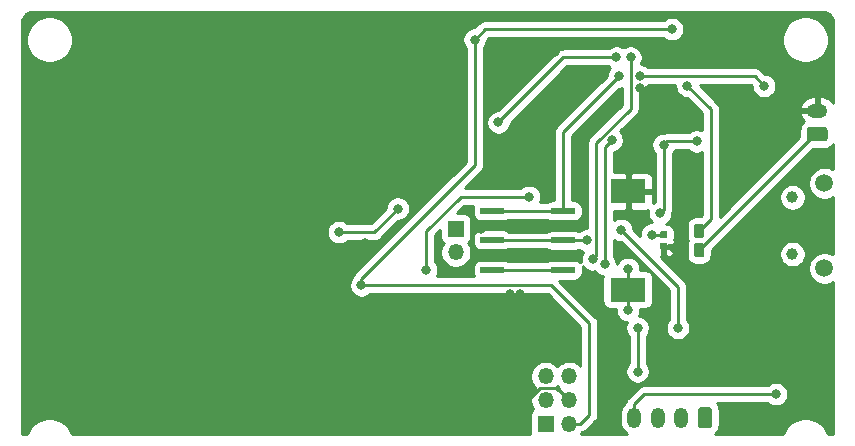
<source format=gtl>
G04 #@! TF.GenerationSoftware,KiCad,Pcbnew,5.1.5-52549c5~84~ubuntu18.04.1*
G04 #@! TF.CreationDate,2020-03-10T15:08:55+05:30*
G04 #@! TF.ProjectId,scale_ltc6915,7363616c-655f-46c7-9463-363931352e6b,rev?*
G04 #@! TF.SameCoordinates,Original*
G04 #@! TF.FileFunction,Copper,L1,Top*
G04 #@! TF.FilePolarity,Positive*
%FSLAX46Y46*%
G04 Gerber Fmt 4.6, Leading zero omitted, Abs format (unit mm)*
G04 Created by KiCad (PCBNEW 5.1.5-52549c5~84~ubuntu18.04.1) date 2020-03-10 15:08:55*
%MOMM*%
%LPD*%
G04 APERTURE LIST*
%ADD10C,0.100000*%
%ADD11C,1.000000*%
%ADD12C,1.500000*%
%ADD13R,3.000000X2.000000*%
%ADD14R,2.000000X0.500000*%
%ADD15O,1.750000X1.200000*%
%ADD16R,1.350000X1.350000*%
%ADD17O,1.350000X1.350000*%
%ADD18O,1.200000X1.750000*%
%ADD19C,0.800000*%
%ADD20C,0.250000*%
%ADD21C,0.254000*%
G04 APERTURE END LIST*
G04 #@! TA.AperFunction,SMDPad,CuDef*
D10*
G36*
X65186958Y-29220710D02*
G01*
X65201276Y-29222834D01*
X65215317Y-29226351D01*
X65228946Y-29231228D01*
X65242031Y-29237417D01*
X65254447Y-29244858D01*
X65266073Y-29253481D01*
X65276798Y-29263202D01*
X65286519Y-29273927D01*
X65295142Y-29285553D01*
X65302583Y-29297969D01*
X65308772Y-29311054D01*
X65313649Y-29324683D01*
X65317166Y-29338724D01*
X65319290Y-29353042D01*
X65320000Y-29367500D01*
X65320000Y-29662500D01*
X65319290Y-29676958D01*
X65317166Y-29691276D01*
X65313649Y-29705317D01*
X65308772Y-29718946D01*
X65302583Y-29732031D01*
X65295142Y-29744447D01*
X65286519Y-29756073D01*
X65276798Y-29766798D01*
X65266073Y-29776519D01*
X65254447Y-29785142D01*
X65242031Y-29792583D01*
X65228946Y-29798772D01*
X65215317Y-29803649D01*
X65201276Y-29807166D01*
X65186958Y-29809290D01*
X65172500Y-29810000D01*
X64827500Y-29810000D01*
X64813042Y-29809290D01*
X64798724Y-29807166D01*
X64784683Y-29803649D01*
X64771054Y-29798772D01*
X64757969Y-29792583D01*
X64745553Y-29785142D01*
X64733927Y-29776519D01*
X64723202Y-29766798D01*
X64713481Y-29756073D01*
X64704858Y-29744447D01*
X64697417Y-29732031D01*
X64691228Y-29718946D01*
X64686351Y-29705317D01*
X64682834Y-29691276D01*
X64680710Y-29676958D01*
X64680000Y-29662500D01*
X64680000Y-29367500D01*
X64680710Y-29353042D01*
X64682834Y-29338724D01*
X64686351Y-29324683D01*
X64691228Y-29311054D01*
X64697417Y-29297969D01*
X64704858Y-29285553D01*
X64713481Y-29273927D01*
X64723202Y-29263202D01*
X64733927Y-29253481D01*
X64745553Y-29244858D01*
X64757969Y-29237417D01*
X64771054Y-29231228D01*
X64784683Y-29226351D01*
X64798724Y-29222834D01*
X64813042Y-29220710D01*
X64827500Y-29220000D01*
X65172500Y-29220000D01*
X65186958Y-29220710D01*
G37*
G04 #@! TD.AperFunction*
G04 #@! TA.AperFunction,SMDPad,CuDef*
G36*
X65186958Y-30190710D02*
G01*
X65201276Y-30192834D01*
X65215317Y-30196351D01*
X65228946Y-30201228D01*
X65242031Y-30207417D01*
X65254447Y-30214858D01*
X65266073Y-30223481D01*
X65276798Y-30233202D01*
X65286519Y-30243927D01*
X65295142Y-30255553D01*
X65302583Y-30267969D01*
X65308772Y-30281054D01*
X65313649Y-30294683D01*
X65317166Y-30308724D01*
X65319290Y-30323042D01*
X65320000Y-30337500D01*
X65320000Y-30632500D01*
X65319290Y-30646958D01*
X65317166Y-30661276D01*
X65313649Y-30675317D01*
X65308772Y-30688946D01*
X65302583Y-30702031D01*
X65295142Y-30714447D01*
X65286519Y-30726073D01*
X65276798Y-30736798D01*
X65266073Y-30746519D01*
X65254447Y-30755142D01*
X65242031Y-30762583D01*
X65228946Y-30768772D01*
X65215317Y-30773649D01*
X65201276Y-30777166D01*
X65186958Y-30779290D01*
X65172500Y-30780000D01*
X64827500Y-30780000D01*
X64813042Y-30779290D01*
X64798724Y-30777166D01*
X64784683Y-30773649D01*
X64771054Y-30768772D01*
X64757969Y-30762583D01*
X64745553Y-30755142D01*
X64733927Y-30746519D01*
X64723202Y-30736798D01*
X64713481Y-30726073D01*
X64704858Y-30714447D01*
X64697417Y-30702031D01*
X64691228Y-30688946D01*
X64686351Y-30675317D01*
X64682834Y-30661276D01*
X64680710Y-30646958D01*
X64680000Y-30632500D01*
X64680000Y-30337500D01*
X64680710Y-30323042D01*
X64682834Y-30308724D01*
X64686351Y-30294683D01*
X64691228Y-30281054D01*
X64697417Y-30267969D01*
X64704858Y-30255553D01*
X64713481Y-30243927D01*
X64723202Y-30233202D01*
X64733927Y-30223481D01*
X64745553Y-30214858D01*
X64757969Y-30207417D01*
X64771054Y-30201228D01*
X64784683Y-30196351D01*
X64798724Y-30192834D01*
X64813042Y-30190710D01*
X64827500Y-30190000D01*
X65172500Y-30190000D01*
X65186958Y-30190710D01*
G37*
G04 #@! TD.AperFunction*
G04 #@! TA.AperFunction,SMDPad,CuDef*
G36*
X68233329Y-28576023D02*
G01*
X68253957Y-28579083D01*
X68274185Y-28584150D01*
X68293820Y-28591176D01*
X68312672Y-28600092D01*
X68330559Y-28610813D01*
X68347309Y-28623235D01*
X68362760Y-28637240D01*
X68376765Y-28652691D01*
X68389187Y-28669441D01*
X68399908Y-28687328D01*
X68408824Y-28706180D01*
X68415850Y-28725815D01*
X68420917Y-28746043D01*
X68423977Y-28766671D01*
X68425000Y-28787500D01*
X68425000Y-29587500D01*
X68423977Y-29608329D01*
X68420917Y-29628957D01*
X68415850Y-29649185D01*
X68408824Y-29668820D01*
X68399908Y-29687672D01*
X68389187Y-29705559D01*
X68376765Y-29722309D01*
X68362760Y-29737760D01*
X68347309Y-29751765D01*
X68330559Y-29764187D01*
X68312672Y-29774908D01*
X68293820Y-29783824D01*
X68274185Y-29790850D01*
X68253957Y-29795917D01*
X68233329Y-29798977D01*
X68212500Y-29800000D01*
X67787500Y-29800000D01*
X67766671Y-29798977D01*
X67746043Y-29795917D01*
X67725815Y-29790850D01*
X67706180Y-29783824D01*
X67687328Y-29774908D01*
X67669441Y-29764187D01*
X67652691Y-29751765D01*
X67637240Y-29737760D01*
X67623235Y-29722309D01*
X67610813Y-29705559D01*
X67600092Y-29687672D01*
X67591176Y-29668820D01*
X67584150Y-29649185D01*
X67579083Y-29628957D01*
X67576023Y-29608329D01*
X67575000Y-29587500D01*
X67575000Y-28787500D01*
X67576023Y-28766671D01*
X67579083Y-28746043D01*
X67584150Y-28725815D01*
X67591176Y-28706180D01*
X67600092Y-28687328D01*
X67610813Y-28669441D01*
X67623235Y-28652691D01*
X67637240Y-28637240D01*
X67652691Y-28623235D01*
X67669441Y-28610813D01*
X67687328Y-28600092D01*
X67706180Y-28591176D01*
X67725815Y-28584150D01*
X67746043Y-28579083D01*
X67766671Y-28576023D01*
X67787500Y-28575000D01*
X68212500Y-28575000D01*
X68233329Y-28576023D01*
G37*
G04 #@! TD.AperFunction*
G04 #@! TA.AperFunction,SMDPad,CuDef*
G36*
X68233329Y-30201023D02*
G01*
X68253957Y-30204083D01*
X68274185Y-30209150D01*
X68293820Y-30216176D01*
X68312672Y-30225092D01*
X68330559Y-30235813D01*
X68347309Y-30248235D01*
X68362760Y-30262240D01*
X68376765Y-30277691D01*
X68389187Y-30294441D01*
X68399908Y-30312328D01*
X68408824Y-30331180D01*
X68415850Y-30350815D01*
X68420917Y-30371043D01*
X68423977Y-30391671D01*
X68425000Y-30412500D01*
X68425000Y-31212500D01*
X68423977Y-31233329D01*
X68420917Y-31253957D01*
X68415850Y-31274185D01*
X68408824Y-31293820D01*
X68399908Y-31312672D01*
X68389187Y-31330559D01*
X68376765Y-31347309D01*
X68362760Y-31362760D01*
X68347309Y-31376765D01*
X68330559Y-31389187D01*
X68312672Y-31399908D01*
X68293820Y-31408824D01*
X68274185Y-31415850D01*
X68253957Y-31420917D01*
X68233329Y-31423977D01*
X68212500Y-31425000D01*
X67787500Y-31425000D01*
X67766671Y-31423977D01*
X67746043Y-31420917D01*
X67725815Y-31415850D01*
X67706180Y-31408824D01*
X67687328Y-31399908D01*
X67669441Y-31389187D01*
X67652691Y-31376765D01*
X67637240Y-31362760D01*
X67623235Y-31347309D01*
X67610813Y-31330559D01*
X67600092Y-31312672D01*
X67591176Y-31293820D01*
X67584150Y-31274185D01*
X67579083Y-31253957D01*
X67576023Y-31233329D01*
X67575000Y-31212500D01*
X67575000Y-30412500D01*
X67576023Y-30391671D01*
X67579083Y-30371043D01*
X67584150Y-30350815D01*
X67591176Y-30331180D01*
X67600092Y-30312328D01*
X67610813Y-30294441D01*
X67623235Y-30277691D01*
X67637240Y-30262240D01*
X67652691Y-30248235D01*
X67669441Y-30235813D01*
X67687328Y-30225092D01*
X67706180Y-30216176D01*
X67725815Y-30209150D01*
X67746043Y-30204083D01*
X67766671Y-30201023D01*
X67787500Y-30200000D01*
X68212500Y-30200000D01*
X68233329Y-30201023D01*
G37*
G04 #@! TD.AperFunction*
D11*
X75900000Y-26350000D03*
X75900000Y-31150000D03*
D12*
X78600000Y-25150000D03*
X78600000Y-32350000D03*
D13*
X62000000Y-25850000D03*
X61950000Y-34150000D03*
D14*
X56500000Y-32500000D03*
X56500000Y-30000000D03*
X56500000Y-27500000D03*
X50500000Y-27500000D03*
X50500000Y-29950000D03*
X50500000Y-32500000D03*
G04 #@! TA.AperFunction,ComponentPad*
D10*
G36*
X78649505Y-20401204D02*
G01*
X78673773Y-20404804D01*
X78697572Y-20410765D01*
X78720671Y-20419030D01*
X78742850Y-20429520D01*
X78763893Y-20442132D01*
X78783599Y-20456747D01*
X78801777Y-20473223D01*
X78818253Y-20491401D01*
X78832868Y-20511107D01*
X78845480Y-20532150D01*
X78855970Y-20554329D01*
X78864235Y-20577428D01*
X78870196Y-20601227D01*
X78873796Y-20625495D01*
X78875000Y-20649999D01*
X78875000Y-21350001D01*
X78873796Y-21374505D01*
X78870196Y-21398773D01*
X78864235Y-21422572D01*
X78855970Y-21445671D01*
X78845480Y-21467850D01*
X78832868Y-21488893D01*
X78818253Y-21508599D01*
X78801777Y-21526777D01*
X78783599Y-21543253D01*
X78763893Y-21557868D01*
X78742850Y-21570480D01*
X78720671Y-21580970D01*
X78697572Y-21589235D01*
X78673773Y-21595196D01*
X78649505Y-21598796D01*
X78625001Y-21600000D01*
X77374999Y-21600000D01*
X77350495Y-21598796D01*
X77326227Y-21595196D01*
X77302428Y-21589235D01*
X77279329Y-21580970D01*
X77257150Y-21570480D01*
X77236107Y-21557868D01*
X77216401Y-21543253D01*
X77198223Y-21526777D01*
X77181747Y-21508599D01*
X77167132Y-21488893D01*
X77154520Y-21467850D01*
X77144030Y-21445671D01*
X77135765Y-21422572D01*
X77129804Y-21398773D01*
X77126204Y-21374505D01*
X77125000Y-21350001D01*
X77125000Y-20649999D01*
X77126204Y-20625495D01*
X77129804Y-20601227D01*
X77135765Y-20577428D01*
X77144030Y-20554329D01*
X77154520Y-20532150D01*
X77167132Y-20511107D01*
X77181747Y-20491401D01*
X77198223Y-20473223D01*
X77216401Y-20456747D01*
X77236107Y-20442132D01*
X77257150Y-20429520D01*
X77279329Y-20419030D01*
X77302428Y-20410765D01*
X77326227Y-20404804D01*
X77350495Y-20401204D01*
X77374999Y-20400000D01*
X78625001Y-20400000D01*
X78649505Y-20401204D01*
G37*
G04 #@! TD.AperFunction*
D15*
X78000000Y-19000000D03*
D16*
X55000000Y-45500000D03*
D17*
X57000000Y-45500000D03*
X55000000Y-43500000D03*
X57000000Y-43500000D03*
X55000000Y-41500000D03*
X57000000Y-41500000D03*
G04 #@! TA.AperFunction,ComponentPad*
D10*
G36*
X68874505Y-44126204D02*
G01*
X68898773Y-44129804D01*
X68922572Y-44135765D01*
X68945671Y-44144030D01*
X68967850Y-44154520D01*
X68988893Y-44167132D01*
X69008599Y-44181747D01*
X69026777Y-44198223D01*
X69043253Y-44216401D01*
X69057868Y-44236107D01*
X69070480Y-44257150D01*
X69080970Y-44279329D01*
X69089235Y-44302428D01*
X69095196Y-44326227D01*
X69098796Y-44350495D01*
X69100000Y-44374999D01*
X69100000Y-45625001D01*
X69098796Y-45649505D01*
X69095196Y-45673773D01*
X69089235Y-45697572D01*
X69080970Y-45720671D01*
X69070480Y-45742850D01*
X69057868Y-45763893D01*
X69043253Y-45783599D01*
X69026777Y-45801777D01*
X69008599Y-45818253D01*
X68988893Y-45832868D01*
X68967850Y-45845480D01*
X68945671Y-45855970D01*
X68922572Y-45864235D01*
X68898773Y-45870196D01*
X68874505Y-45873796D01*
X68850001Y-45875000D01*
X68149999Y-45875000D01*
X68125495Y-45873796D01*
X68101227Y-45870196D01*
X68077428Y-45864235D01*
X68054329Y-45855970D01*
X68032150Y-45845480D01*
X68011107Y-45832868D01*
X67991401Y-45818253D01*
X67973223Y-45801777D01*
X67956747Y-45783599D01*
X67942132Y-45763893D01*
X67929520Y-45742850D01*
X67919030Y-45720671D01*
X67910765Y-45697572D01*
X67904804Y-45673773D01*
X67901204Y-45649505D01*
X67900000Y-45625001D01*
X67900000Y-44374999D01*
X67901204Y-44350495D01*
X67904804Y-44326227D01*
X67910765Y-44302428D01*
X67919030Y-44279329D01*
X67929520Y-44257150D01*
X67942132Y-44236107D01*
X67956747Y-44216401D01*
X67973223Y-44198223D01*
X67991401Y-44181747D01*
X68011107Y-44167132D01*
X68032150Y-44154520D01*
X68054329Y-44144030D01*
X68077428Y-44135765D01*
X68101227Y-44129804D01*
X68125495Y-44126204D01*
X68149999Y-44125000D01*
X68850001Y-44125000D01*
X68874505Y-44126204D01*
G37*
G04 #@! TD.AperFunction*
D18*
X66500000Y-45000000D03*
X64500000Y-45000000D03*
X62500000Y-45000000D03*
D16*
X47400000Y-29000000D03*
D17*
X47400000Y-31000000D03*
D19*
X67800000Y-21600000D03*
X65000000Y-21900000D03*
X58500000Y-30000000D03*
X64700000Y-27700000D03*
X40500000Y-26700000D03*
X37500000Y-27900000D03*
X35900000Y-32400000D03*
X48300000Y-11400000D03*
X39700000Y-30200000D03*
X74200000Y-30000000D03*
X55800000Y-14000000D03*
X39000000Y-45800000D03*
X38200000Y-45800000D03*
X38200000Y-45000000D03*
X39000000Y-45000000D03*
X43000000Y-45800000D03*
X43900000Y-45800000D03*
X43900000Y-44900000D03*
X43000000Y-44900000D03*
X43900000Y-42000000D03*
X46000000Y-39000000D03*
X48000000Y-41800000D03*
X48000000Y-37000000D03*
X44000000Y-37000000D03*
X52000000Y-34525000D03*
X52800000Y-34525000D03*
X52800000Y-35300000D03*
X52400000Y-45800000D03*
X53200000Y-45800000D03*
X66982652Y-32082652D03*
X70000000Y-34600000D03*
X49500000Y-29000000D03*
X53600000Y-28700000D03*
X74500000Y-22500000D03*
X71400000Y-14700000D03*
X62700000Y-13200000D03*
X62000000Y-21500000D03*
X63000000Y-17100003D03*
X58300000Y-21000000D03*
X49000000Y-13000000D03*
X39400000Y-33800000D03*
X65700000Y-12100000D03*
X42500000Y-27300000D03*
X37500000Y-29300000D03*
X62000000Y-35900000D03*
X64000000Y-29500000D03*
X62000000Y-32400000D03*
X51000000Y-20000000D03*
X61000000Y-14500000D03*
X67000000Y-16900000D03*
X61200000Y-16100000D03*
X63000000Y-16100000D03*
X73500000Y-16900000D03*
X66200000Y-37400000D03*
X61400000Y-29100000D03*
X44900000Y-32500000D03*
X53600000Y-26300000D03*
X60000000Y-32000000D03*
X60600000Y-21500000D03*
X62200000Y-14500000D03*
X59000000Y-31600000D03*
X74500000Y-43000000D03*
X62800000Y-37400000D03*
X62800000Y-41100000D03*
D20*
X77812500Y-21000000D02*
X78000000Y-21000000D01*
X68000000Y-30812500D02*
X77812500Y-21000000D01*
X65300000Y-21600000D02*
X65000000Y-21900000D01*
X67800000Y-21600000D02*
X65300000Y-21600000D01*
X50550000Y-30000000D02*
X50500000Y-29950000D01*
X56500000Y-30000000D02*
X50550000Y-30000000D01*
X56500000Y-30000000D02*
X58500000Y-30000000D01*
X65000000Y-27400000D02*
X64700000Y-27700000D01*
X65000000Y-21900000D02*
X65000000Y-27400000D01*
X57000000Y-43500000D02*
X56000000Y-42500000D01*
X53200000Y-45234315D02*
X53200000Y-45800000D01*
X53200000Y-43819998D02*
X53200000Y-45234315D01*
X54519998Y-42500000D02*
X53200000Y-43819998D01*
X56000000Y-42500000D02*
X54519998Y-42500000D01*
X65385000Y-30485000D02*
X65000000Y-30485000D01*
X66982652Y-32082652D02*
X65385000Y-30485000D01*
X49500000Y-29000000D02*
X53300000Y-29000000D01*
X53300000Y-29000000D02*
X53600000Y-28700000D01*
X49000000Y-13565685D02*
X49000000Y-13000000D01*
X49000000Y-23634315D02*
X49000000Y-13565685D01*
X39400000Y-33234315D02*
X49000000Y-23634315D01*
X39400000Y-33800000D02*
X39400000Y-33234315D01*
X57954594Y-45500000D02*
X58700000Y-44754594D01*
X57000000Y-45500000D02*
X57954594Y-45500000D01*
X39965685Y-33800000D02*
X39400000Y-33800000D01*
X55500000Y-33800000D02*
X39965685Y-33800000D01*
X58700000Y-37000000D02*
X55500000Y-33800000D01*
X58700000Y-44754594D02*
X58700000Y-37000000D01*
X49900000Y-12100000D02*
X49000000Y-13000000D01*
X65700000Y-12100000D02*
X49900000Y-12100000D01*
X40500000Y-29300000D02*
X42500000Y-27300000D01*
X37500000Y-29300000D02*
X40500000Y-29300000D01*
X62000000Y-34200000D02*
X61950000Y-34150000D01*
X62000000Y-35900000D02*
X62000000Y-34200000D01*
X65000000Y-29515000D02*
X64015000Y-29515000D01*
X64015000Y-29515000D02*
X64000000Y-29500000D01*
X62000000Y-34100000D02*
X61950000Y-34150000D01*
X62000000Y-32400000D02*
X62000000Y-34100000D01*
X51000000Y-20000000D02*
X56500000Y-14500000D01*
X56500000Y-14500000D02*
X61000000Y-14500000D01*
X69000000Y-18900000D02*
X69000000Y-28187500D01*
X69000000Y-28187500D02*
X68000000Y-29187500D01*
X67000000Y-16900000D02*
X69000000Y-18900000D01*
X56500000Y-27500000D02*
X50500000Y-27500000D01*
X56500000Y-27500000D02*
X56500000Y-20800000D01*
X56500000Y-20800000D02*
X61200000Y-16100000D01*
X63000000Y-16100000D02*
X72700000Y-16100000D01*
X72700000Y-16100000D02*
X73500000Y-16900000D01*
X50500000Y-32500000D02*
X56500000Y-32500000D01*
X66200000Y-37400000D02*
X66200000Y-33900000D01*
X66200000Y-33900000D02*
X61400000Y-29100000D01*
X44900000Y-32500000D02*
X44900000Y-29200000D01*
X44900000Y-29200000D02*
X47800000Y-26300000D01*
X47800000Y-26300000D02*
X53600000Y-26300000D01*
X60000000Y-32000000D02*
X60000000Y-22100000D01*
X60000000Y-22100000D02*
X60600000Y-21500000D01*
X62200000Y-18826998D02*
X59300000Y-21726998D01*
X62200000Y-14500000D02*
X62200000Y-18826998D01*
X59300000Y-21726998D02*
X59300000Y-31300000D01*
X59300000Y-31300000D02*
X59000000Y-31600000D01*
X62500000Y-43875000D02*
X62500000Y-45000000D01*
X63375000Y-43000000D02*
X62500000Y-43875000D01*
X74500000Y-43000000D02*
X63375000Y-43000000D01*
X62800000Y-37400000D02*
X62800000Y-41100000D01*
D21*
G36*
X79340001Y-23978728D02*
G01*
X79256043Y-23922629D01*
X79003989Y-23818225D01*
X78736411Y-23765000D01*
X78463589Y-23765000D01*
X78196011Y-23818225D01*
X77943957Y-23922629D01*
X77717114Y-24074201D01*
X77524201Y-24267114D01*
X77372629Y-24493957D01*
X77268225Y-24746011D01*
X77215000Y-25013589D01*
X77215000Y-25286411D01*
X77268225Y-25553989D01*
X77372629Y-25806043D01*
X77524201Y-26032886D01*
X77717114Y-26225799D01*
X77943957Y-26377371D01*
X78196011Y-26481775D01*
X78463589Y-26535000D01*
X78736411Y-26535000D01*
X79003989Y-26481775D01*
X79256043Y-26377371D01*
X79340001Y-26321272D01*
X79340000Y-31178728D01*
X79256043Y-31122629D01*
X79003989Y-31018225D01*
X78736411Y-30965000D01*
X78463589Y-30965000D01*
X78196011Y-31018225D01*
X77943957Y-31122629D01*
X77717114Y-31274201D01*
X77524201Y-31467114D01*
X77372629Y-31693957D01*
X77268225Y-31946011D01*
X77215000Y-32213589D01*
X77215000Y-32486411D01*
X77268225Y-32753989D01*
X77372629Y-33006043D01*
X77524201Y-33232886D01*
X77717114Y-33425799D01*
X77943957Y-33577371D01*
X78196011Y-33681775D01*
X78463589Y-33735000D01*
X78736411Y-33735000D01*
X79003989Y-33681775D01*
X79256043Y-33577371D01*
X79340000Y-33521272D01*
X79340000Y-46373000D01*
X78888837Y-46373000D01*
X78759085Y-46059750D01*
X78541851Y-45734636D01*
X78265364Y-45458149D01*
X77940250Y-45240915D01*
X77579003Y-45091282D01*
X77195505Y-45015000D01*
X76804495Y-45015000D01*
X76420997Y-45091282D01*
X76059750Y-45240915D01*
X75734636Y-45458149D01*
X75458149Y-45734636D01*
X75240915Y-46059750D01*
X75111163Y-46373000D01*
X69325436Y-46373000D01*
X69343387Y-46363405D01*
X69477962Y-46252962D01*
X69588405Y-46118387D01*
X69670472Y-45964851D01*
X69721008Y-45798255D01*
X69738072Y-45625001D01*
X69738072Y-44374999D01*
X69721008Y-44201745D01*
X69670472Y-44035149D01*
X69588405Y-43881613D01*
X69488600Y-43760000D01*
X73796289Y-43760000D01*
X73840226Y-43803937D01*
X74009744Y-43917205D01*
X74198102Y-43995226D01*
X74398061Y-44035000D01*
X74601939Y-44035000D01*
X74801898Y-43995226D01*
X74990256Y-43917205D01*
X75159774Y-43803937D01*
X75303937Y-43659774D01*
X75417205Y-43490256D01*
X75495226Y-43301898D01*
X75535000Y-43101939D01*
X75535000Y-42898061D01*
X75495226Y-42698102D01*
X75417205Y-42509744D01*
X75303937Y-42340226D01*
X75159774Y-42196063D01*
X74990256Y-42082795D01*
X74801898Y-42004774D01*
X74601939Y-41965000D01*
X74398061Y-41965000D01*
X74198102Y-42004774D01*
X74009744Y-42082795D01*
X73840226Y-42196063D01*
X73796289Y-42240000D01*
X63412323Y-42240000D01*
X63375000Y-42236324D01*
X63337677Y-42240000D01*
X63337667Y-42240000D01*
X63226014Y-42250997D01*
X63082753Y-42294454D01*
X62950724Y-42365026D01*
X62834999Y-42459999D01*
X62811201Y-42488997D01*
X61989002Y-43311197D01*
X61959999Y-43334999D01*
X61930474Y-43370976D01*
X61865026Y-43450724D01*
X61834481Y-43507870D01*
X61794454Y-43582754D01*
X61750997Y-43726015D01*
X61749280Y-43743452D01*
X61622499Y-43847498D01*
X61468168Y-44035551D01*
X61353489Y-44250099D01*
X61282870Y-44482898D01*
X61265000Y-44664335D01*
X61265000Y-45335664D01*
X61282870Y-45517101D01*
X61353489Y-45749900D01*
X61468167Y-45964448D01*
X61622498Y-46152502D01*
X61810551Y-46306833D01*
X61934341Y-46373000D01*
X57979621Y-46373000D01*
X58017544Y-46335077D01*
X58073047Y-46252010D01*
X58103580Y-46249003D01*
X58246841Y-46205546D01*
X58378870Y-46134974D01*
X58494595Y-46040001D01*
X58518397Y-46010998D01*
X59211004Y-45318392D01*
X59240001Y-45294595D01*
X59334974Y-45178870D01*
X59405546Y-45046841D01*
X59449003Y-44903580D01*
X59460000Y-44791927D01*
X59460000Y-44791918D01*
X59463676Y-44754595D01*
X59460000Y-44717272D01*
X59460000Y-37037322D01*
X59463676Y-36999999D01*
X59460000Y-36962676D01*
X59460000Y-36962667D01*
X59449003Y-36851014D01*
X59405546Y-36707753D01*
X59334974Y-36575724D01*
X59321811Y-36559685D01*
X59263799Y-36488996D01*
X59263795Y-36488992D01*
X59240001Y-36459999D01*
X59211008Y-36436205D01*
X56162873Y-33388072D01*
X57500000Y-33388072D01*
X57624482Y-33375812D01*
X57744180Y-33339502D01*
X57854494Y-33280537D01*
X57951185Y-33201185D01*
X58030537Y-33104494D01*
X58089502Y-32994180D01*
X58125812Y-32874482D01*
X58138072Y-32750000D01*
X58138072Y-32250000D01*
X58129176Y-32159670D01*
X58196063Y-32259774D01*
X58340226Y-32403937D01*
X58509744Y-32517205D01*
X58698102Y-32595226D01*
X58898061Y-32635000D01*
X59101939Y-32635000D01*
X59170409Y-32621381D01*
X59196063Y-32659774D01*
X59340226Y-32803937D01*
X59509744Y-32917205D01*
X59698102Y-32995226D01*
X59825679Y-33020602D01*
X59824188Y-33025518D01*
X59811928Y-33150000D01*
X59811928Y-35150000D01*
X59824188Y-35274482D01*
X59860498Y-35394180D01*
X59919463Y-35504494D01*
X59998815Y-35601185D01*
X60095506Y-35680537D01*
X60205820Y-35739502D01*
X60325518Y-35775812D01*
X60450000Y-35788072D01*
X60966987Y-35788072D01*
X60965000Y-35798061D01*
X60965000Y-36001939D01*
X61004774Y-36201898D01*
X61082795Y-36390256D01*
X61196063Y-36559774D01*
X61340226Y-36703937D01*
X61509744Y-36817205D01*
X61698102Y-36895226D01*
X61874292Y-36930272D01*
X61804774Y-37098102D01*
X61765000Y-37298061D01*
X61765000Y-37501939D01*
X61804774Y-37701898D01*
X61882795Y-37890256D01*
X61996063Y-38059774D01*
X62040000Y-38103711D01*
X62040001Y-40396288D01*
X61996063Y-40440226D01*
X61882795Y-40609744D01*
X61804774Y-40798102D01*
X61765000Y-40998061D01*
X61765000Y-41201939D01*
X61804774Y-41401898D01*
X61882795Y-41590256D01*
X61996063Y-41759774D01*
X62140226Y-41903937D01*
X62309744Y-42017205D01*
X62498102Y-42095226D01*
X62698061Y-42135000D01*
X62901939Y-42135000D01*
X63101898Y-42095226D01*
X63290256Y-42017205D01*
X63459774Y-41903937D01*
X63603937Y-41759774D01*
X63717205Y-41590256D01*
X63795226Y-41401898D01*
X63835000Y-41201939D01*
X63835000Y-40998061D01*
X63795226Y-40798102D01*
X63717205Y-40609744D01*
X63603937Y-40440226D01*
X63560000Y-40396289D01*
X63560000Y-38103711D01*
X63603937Y-38059774D01*
X63717205Y-37890256D01*
X63795226Y-37701898D01*
X63835000Y-37501939D01*
X63835000Y-37298061D01*
X63795226Y-37098102D01*
X63717205Y-36909744D01*
X63603937Y-36740226D01*
X63459774Y-36596063D01*
X63290256Y-36482795D01*
X63101898Y-36404774D01*
X62925708Y-36369728D01*
X62995226Y-36201898D01*
X63035000Y-36001939D01*
X63035000Y-35798061D01*
X63033013Y-35788072D01*
X63450000Y-35788072D01*
X63574482Y-35775812D01*
X63694180Y-35739502D01*
X63804494Y-35680537D01*
X63901185Y-35601185D01*
X63980537Y-35504494D01*
X64039502Y-35394180D01*
X64075812Y-35274482D01*
X64088072Y-35150000D01*
X64088072Y-33150000D01*
X64075812Y-33025518D01*
X64039502Y-32905820D01*
X63980537Y-32795506D01*
X63901185Y-32698815D01*
X63804494Y-32619463D01*
X63694180Y-32560498D01*
X63574482Y-32524188D01*
X63450000Y-32511928D01*
X63033013Y-32511928D01*
X63035000Y-32501939D01*
X63035000Y-32298061D01*
X62995226Y-32098102D01*
X62917205Y-31909744D01*
X62803937Y-31740226D01*
X62659774Y-31596063D01*
X62490256Y-31482795D01*
X62301898Y-31404774D01*
X62101939Y-31365000D01*
X61898061Y-31365000D01*
X61698102Y-31404774D01*
X61509744Y-31482795D01*
X61340226Y-31596063D01*
X61196063Y-31740226D01*
X61082795Y-31909744D01*
X61035000Y-32025131D01*
X61035000Y-31898061D01*
X60995226Y-31698102D01*
X60917205Y-31509744D01*
X60803937Y-31340226D01*
X60760000Y-31296289D01*
X60760000Y-29917150D01*
X60909744Y-30017205D01*
X61098102Y-30095226D01*
X61298061Y-30135000D01*
X61360199Y-30135000D01*
X65440001Y-34214803D01*
X65440000Y-36696289D01*
X65396063Y-36740226D01*
X65282795Y-36909744D01*
X65204774Y-37098102D01*
X65165000Y-37298061D01*
X65165000Y-37501939D01*
X65204774Y-37701898D01*
X65282795Y-37890256D01*
X65396063Y-38059774D01*
X65540226Y-38203937D01*
X65709744Y-38317205D01*
X65898102Y-38395226D01*
X66098061Y-38435000D01*
X66301939Y-38435000D01*
X66501898Y-38395226D01*
X66690256Y-38317205D01*
X66859774Y-38203937D01*
X67003937Y-38059774D01*
X67117205Y-37890256D01*
X67195226Y-37701898D01*
X67235000Y-37501939D01*
X67235000Y-37298061D01*
X67195226Y-37098102D01*
X67117205Y-36909744D01*
X67003937Y-36740226D01*
X66960000Y-36696289D01*
X66960000Y-33937322D01*
X66963676Y-33899999D01*
X66960000Y-33862676D01*
X66960000Y-33862667D01*
X66949003Y-33751014D01*
X66905546Y-33607753D01*
X66866658Y-33535000D01*
X66834974Y-33475723D01*
X66763799Y-33388997D01*
X66740001Y-33359999D01*
X66711003Y-33336201D01*
X64752026Y-31377224D01*
X64873000Y-31256250D01*
X64873000Y-30612000D01*
X65127000Y-30612000D01*
X65127000Y-31256250D01*
X65285750Y-31415000D01*
X65320000Y-31418072D01*
X65444482Y-31405812D01*
X65564180Y-31369502D01*
X65674494Y-31310537D01*
X65771185Y-31231185D01*
X65850537Y-31134494D01*
X65909502Y-31024180D01*
X65945812Y-30904482D01*
X65958072Y-30780000D01*
X65955000Y-30770750D01*
X65796250Y-30612000D01*
X65127000Y-30612000D01*
X64873000Y-30612000D01*
X64853000Y-30612000D01*
X64853000Y-30448072D01*
X65172500Y-30448072D01*
X65325757Y-30432977D01*
X65473125Y-30388274D01*
X65529763Y-30358000D01*
X65796250Y-30358000D01*
X65955000Y-30199250D01*
X65958072Y-30190000D01*
X65945812Y-30065518D01*
X65909502Y-29945820D01*
X65905688Y-29938684D01*
X65942977Y-29815757D01*
X65958072Y-29662500D01*
X65958072Y-29367500D01*
X65942977Y-29214243D01*
X65898274Y-29066875D01*
X65825679Y-28931060D01*
X65727983Y-28812017D01*
X65608940Y-28714321D01*
X65473125Y-28641726D01*
X65325757Y-28597023D01*
X65233988Y-28587984D01*
X65359774Y-28503937D01*
X65503937Y-28359774D01*
X65617205Y-28190256D01*
X65695226Y-28001898D01*
X65735000Y-27801939D01*
X65735000Y-27598061D01*
X65734650Y-27596302D01*
X65749003Y-27548986D01*
X65760000Y-27437333D01*
X65760000Y-27437324D01*
X65763676Y-27400001D01*
X65760000Y-27362678D01*
X65760000Y-22603711D01*
X65803937Y-22559774D01*
X65917205Y-22390256D01*
X65929738Y-22360000D01*
X67096289Y-22360000D01*
X67140226Y-22403937D01*
X67309744Y-22517205D01*
X67498102Y-22595226D01*
X67698061Y-22635000D01*
X67901939Y-22635000D01*
X68101898Y-22595226D01*
X68240000Y-22538022D01*
X68240001Y-27872697D01*
X68175770Y-27936928D01*
X67787500Y-27936928D01*
X67621562Y-27953272D01*
X67462000Y-28001674D01*
X67314948Y-28080275D01*
X67186055Y-28186055D01*
X67080275Y-28314948D01*
X67001674Y-28462000D01*
X66953272Y-28621562D01*
X66936928Y-28787500D01*
X66936928Y-29587500D01*
X66953272Y-29753438D01*
X67001674Y-29913000D01*
X67048177Y-30000000D01*
X67001674Y-30087000D01*
X66953272Y-30246562D01*
X66936928Y-30412500D01*
X66936928Y-31212500D01*
X66953272Y-31378438D01*
X67001674Y-31538000D01*
X67080275Y-31685052D01*
X67186055Y-31813945D01*
X67314948Y-31919725D01*
X67462000Y-31998326D01*
X67621562Y-32046728D01*
X67787500Y-32063072D01*
X68212500Y-32063072D01*
X68378438Y-32046728D01*
X68538000Y-31998326D01*
X68685052Y-31919725D01*
X68813945Y-31813945D01*
X68919725Y-31685052D01*
X68998326Y-31538000D01*
X69046728Y-31378438D01*
X69063072Y-31212500D01*
X69063072Y-31038212D01*
X74765000Y-31038212D01*
X74765000Y-31261788D01*
X74808617Y-31481067D01*
X74894176Y-31687624D01*
X75018388Y-31873520D01*
X75176480Y-32031612D01*
X75362376Y-32155824D01*
X75568933Y-32241383D01*
X75788212Y-32285000D01*
X76011788Y-32285000D01*
X76231067Y-32241383D01*
X76437624Y-32155824D01*
X76623520Y-32031612D01*
X76781612Y-31873520D01*
X76905824Y-31687624D01*
X76991383Y-31481067D01*
X77035000Y-31261788D01*
X77035000Y-31038212D01*
X76991383Y-30818933D01*
X76905824Y-30612376D01*
X76781612Y-30426480D01*
X76623520Y-30268388D01*
X76437624Y-30144176D01*
X76231067Y-30058617D01*
X76011788Y-30015000D01*
X75788212Y-30015000D01*
X75568933Y-30058617D01*
X75362376Y-30144176D01*
X75176480Y-30268388D01*
X75018388Y-30426480D01*
X74894176Y-30612376D01*
X74808617Y-30818933D01*
X74765000Y-31038212D01*
X69063072Y-31038212D01*
X69063072Y-30824229D01*
X73649089Y-26238212D01*
X74765000Y-26238212D01*
X74765000Y-26461788D01*
X74808617Y-26681067D01*
X74894176Y-26887624D01*
X75018388Y-27073520D01*
X75176480Y-27231612D01*
X75362376Y-27355824D01*
X75568933Y-27441383D01*
X75788212Y-27485000D01*
X76011788Y-27485000D01*
X76231067Y-27441383D01*
X76437624Y-27355824D01*
X76623520Y-27231612D01*
X76781612Y-27073520D01*
X76905824Y-26887624D01*
X76991383Y-26681067D01*
X77035000Y-26461788D01*
X77035000Y-26238212D01*
X76991383Y-26018933D01*
X76905824Y-25812376D01*
X76781612Y-25626480D01*
X76623520Y-25468388D01*
X76437624Y-25344176D01*
X76231067Y-25258617D01*
X76011788Y-25215000D01*
X75788212Y-25215000D01*
X75568933Y-25258617D01*
X75362376Y-25344176D01*
X75176480Y-25468388D01*
X75018388Y-25626480D01*
X74894176Y-25812376D01*
X74808617Y-26018933D01*
X74765000Y-26238212D01*
X73649089Y-26238212D01*
X77649230Y-22238072D01*
X78625001Y-22238072D01*
X78798255Y-22221008D01*
X78964851Y-22170472D01*
X79118387Y-22088405D01*
X79252962Y-21977962D01*
X79340001Y-21871905D01*
X79340001Y-23978728D01*
G37*
X79340001Y-23978728D02*
X79256043Y-23922629D01*
X79003989Y-23818225D01*
X78736411Y-23765000D01*
X78463589Y-23765000D01*
X78196011Y-23818225D01*
X77943957Y-23922629D01*
X77717114Y-24074201D01*
X77524201Y-24267114D01*
X77372629Y-24493957D01*
X77268225Y-24746011D01*
X77215000Y-25013589D01*
X77215000Y-25286411D01*
X77268225Y-25553989D01*
X77372629Y-25806043D01*
X77524201Y-26032886D01*
X77717114Y-26225799D01*
X77943957Y-26377371D01*
X78196011Y-26481775D01*
X78463589Y-26535000D01*
X78736411Y-26535000D01*
X79003989Y-26481775D01*
X79256043Y-26377371D01*
X79340001Y-26321272D01*
X79340000Y-31178728D01*
X79256043Y-31122629D01*
X79003989Y-31018225D01*
X78736411Y-30965000D01*
X78463589Y-30965000D01*
X78196011Y-31018225D01*
X77943957Y-31122629D01*
X77717114Y-31274201D01*
X77524201Y-31467114D01*
X77372629Y-31693957D01*
X77268225Y-31946011D01*
X77215000Y-32213589D01*
X77215000Y-32486411D01*
X77268225Y-32753989D01*
X77372629Y-33006043D01*
X77524201Y-33232886D01*
X77717114Y-33425799D01*
X77943957Y-33577371D01*
X78196011Y-33681775D01*
X78463589Y-33735000D01*
X78736411Y-33735000D01*
X79003989Y-33681775D01*
X79256043Y-33577371D01*
X79340000Y-33521272D01*
X79340000Y-46373000D01*
X78888837Y-46373000D01*
X78759085Y-46059750D01*
X78541851Y-45734636D01*
X78265364Y-45458149D01*
X77940250Y-45240915D01*
X77579003Y-45091282D01*
X77195505Y-45015000D01*
X76804495Y-45015000D01*
X76420997Y-45091282D01*
X76059750Y-45240915D01*
X75734636Y-45458149D01*
X75458149Y-45734636D01*
X75240915Y-46059750D01*
X75111163Y-46373000D01*
X69325436Y-46373000D01*
X69343387Y-46363405D01*
X69477962Y-46252962D01*
X69588405Y-46118387D01*
X69670472Y-45964851D01*
X69721008Y-45798255D01*
X69738072Y-45625001D01*
X69738072Y-44374999D01*
X69721008Y-44201745D01*
X69670472Y-44035149D01*
X69588405Y-43881613D01*
X69488600Y-43760000D01*
X73796289Y-43760000D01*
X73840226Y-43803937D01*
X74009744Y-43917205D01*
X74198102Y-43995226D01*
X74398061Y-44035000D01*
X74601939Y-44035000D01*
X74801898Y-43995226D01*
X74990256Y-43917205D01*
X75159774Y-43803937D01*
X75303937Y-43659774D01*
X75417205Y-43490256D01*
X75495226Y-43301898D01*
X75535000Y-43101939D01*
X75535000Y-42898061D01*
X75495226Y-42698102D01*
X75417205Y-42509744D01*
X75303937Y-42340226D01*
X75159774Y-42196063D01*
X74990256Y-42082795D01*
X74801898Y-42004774D01*
X74601939Y-41965000D01*
X74398061Y-41965000D01*
X74198102Y-42004774D01*
X74009744Y-42082795D01*
X73840226Y-42196063D01*
X73796289Y-42240000D01*
X63412323Y-42240000D01*
X63375000Y-42236324D01*
X63337677Y-42240000D01*
X63337667Y-42240000D01*
X63226014Y-42250997D01*
X63082753Y-42294454D01*
X62950724Y-42365026D01*
X62834999Y-42459999D01*
X62811201Y-42488997D01*
X61989002Y-43311197D01*
X61959999Y-43334999D01*
X61930474Y-43370976D01*
X61865026Y-43450724D01*
X61834481Y-43507870D01*
X61794454Y-43582754D01*
X61750997Y-43726015D01*
X61749280Y-43743452D01*
X61622499Y-43847498D01*
X61468168Y-44035551D01*
X61353489Y-44250099D01*
X61282870Y-44482898D01*
X61265000Y-44664335D01*
X61265000Y-45335664D01*
X61282870Y-45517101D01*
X61353489Y-45749900D01*
X61468167Y-45964448D01*
X61622498Y-46152502D01*
X61810551Y-46306833D01*
X61934341Y-46373000D01*
X57979621Y-46373000D01*
X58017544Y-46335077D01*
X58073047Y-46252010D01*
X58103580Y-46249003D01*
X58246841Y-46205546D01*
X58378870Y-46134974D01*
X58494595Y-46040001D01*
X58518397Y-46010998D01*
X59211004Y-45318392D01*
X59240001Y-45294595D01*
X59334974Y-45178870D01*
X59405546Y-45046841D01*
X59449003Y-44903580D01*
X59460000Y-44791927D01*
X59460000Y-44791918D01*
X59463676Y-44754595D01*
X59460000Y-44717272D01*
X59460000Y-37037322D01*
X59463676Y-36999999D01*
X59460000Y-36962676D01*
X59460000Y-36962667D01*
X59449003Y-36851014D01*
X59405546Y-36707753D01*
X59334974Y-36575724D01*
X59321811Y-36559685D01*
X59263799Y-36488996D01*
X59263795Y-36488992D01*
X59240001Y-36459999D01*
X59211008Y-36436205D01*
X56162873Y-33388072D01*
X57500000Y-33388072D01*
X57624482Y-33375812D01*
X57744180Y-33339502D01*
X57854494Y-33280537D01*
X57951185Y-33201185D01*
X58030537Y-33104494D01*
X58089502Y-32994180D01*
X58125812Y-32874482D01*
X58138072Y-32750000D01*
X58138072Y-32250000D01*
X58129176Y-32159670D01*
X58196063Y-32259774D01*
X58340226Y-32403937D01*
X58509744Y-32517205D01*
X58698102Y-32595226D01*
X58898061Y-32635000D01*
X59101939Y-32635000D01*
X59170409Y-32621381D01*
X59196063Y-32659774D01*
X59340226Y-32803937D01*
X59509744Y-32917205D01*
X59698102Y-32995226D01*
X59825679Y-33020602D01*
X59824188Y-33025518D01*
X59811928Y-33150000D01*
X59811928Y-35150000D01*
X59824188Y-35274482D01*
X59860498Y-35394180D01*
X59919463Y-35504494D01*
X59998815Y-35601185D01*
X60095506Y-35680537D01*
X60205820Y-35739502D01*
X60325518Y-35775812D01*
X60450000Y-35788072D01*
X60966987Y-35788072D01*
X60965000Y-35798061D01*
X60965000Y-36001939D01*
X61004774Y-36201898D01*
X61082795Y-36390256D01*
X61196063Y-36559774D01*
X61340226Y-36703937D01*
X61509744Y-36817205D01*
X61698102Y-36895226D01*
X61874292Y-36930272D01*
X61804774Y-37098102D01*
X61765000Y-37298061D01*
X61765000Y-37501939D01*
X61804774Y-37701898D01*
X61882795Y-37890256D01*
X61996063Y-38059774D01*
X62040000Y-38103711D01*
X62040001Y-40396288D01*
X61996063Y-40440226D01*
X61882795Y-40609744D01*
X61804774Y-40798102D01*
X61765000Y-40998061D01*
X61765000Y-41201939D01*
X61804774Y-41401898D01*
X61882795Y-41590256D01*
X61996063Y-41759774D01*
X62140226Y-41903937D01*
X62309744Y-42017205D01*
X62498102Y-42095226D01*
X62698061Y-42135000D01*
X62901939Y-42135000D01*
X63101898Y-42095226D01*
X63290256Y-42017205D01*
X63459774Y-41903937D01*
X63603937Y-41759774D01*
X63717205Y-41590256D01*
X63795226Y-41401898D01*
X63835000Y-41201939D01*
X63835000Y-40998061D01*
X63795226Y-40798102D01*
X63717205Y-40609744D01*
X63603937Y-40440226D01*
X63560000Y-40396289D01*
X63560000Y-38103711D01*
X63603937Y-38059774D01*
X63717205Y-37890256D01*
X63795226Y-37701898D01*
X63835000Y-37501939D01*
X63835000Y-37298061D01*
X63795226Y-37098102D01*
X63717205Y-36909744D01*
X63603937Y-36740226D01*
X63459774Y-36596063D01*
X63290256Y-36482795D01*
X63101898Y-36404774D01*
X62925708Y-36369728D01*
X62995226Y-36201898D01*
X63035000Y-36001939D01*
X63035000Y-35798061D01*
X63033013Y-35788072D01*
X63450000Y-35788072D01*
X63574482Y-35775812D01*
X63694180Y-35739502D01*
X63804494Y-35680537D01*
X63901185Y-35601185D01*
X63980537Y-35504494D01*
X64039502Y-35394180D01*
X64075812Y-35274482D01*
X64088072Y-35150000D01*
X64088072Y-33150000D01*
X64075812Y-33025518D01*
X64039502Y-32905820D01*
X63980537Y-32795506D01*
X63901185Y-32698815D01*
X63804494Y-32619463D01*
X63694180Y-32560498D01*
X63574482Y-32524188D01*
X63450000Y-32511928D01*
X63033013Y-32511928D01*
X63035000Y-32501939D01*
X63035000Y-32298061D01*
X62995226Y-32098102D01*
X62917205Y-31909744D01*
X62803937Y-31740226D01*
X62659774Y-31596063D01*
X62490256Y-31482795D01*
X62301898Y-31404774D01*
X62101939Y-31365000D01*
X61898061Y-31365000D01*
X61698102Y-31404774D01*
X61509744Y-31482795D01*
X61340226Y-31596063D01*
X61196063Y-31740226D01*
X61082795Y-31909744D01*
X61035000Y-32025131D01*
X61035000Y-31898061D01*
X60995226Y-31698102D01*
X60917205Y-31509744D01*
X60803937Y-31340226D01*
X60760000Y-31296289D01*
X60760000Y-29917150D01*
X60909744Y-30017205D01*
X61098102Y-30095226D01*
X61298061Y-30135000D01*
X61360199Y-30135000D01*
X65440001Y-34214803D01*
X65440000Y-36696289D01*
X65396063Y-36740226D01*
X65282795Y-36909744D01*
X65204774Y-37098102D01*
X65165000Y-37298061D01*
X65165000Y-37501939D01*
X65204774Y-37701898D01*
X65282795Y-37890256D01*
X65396063Y-38059774D01*
X65540226Y-38203937D01*
X65709744Y-38317205D01*
X65898102Y-38395226D01*
X66098061Y-38435000D01*
X66301939Y-38435000D01*
X66501898Y-38395226D01*
X66690256Y-38317205D01*
X66859774Y-38203937D01*
X67003937Y-38059774D01*
X67117205Y-37890256D01*
X67195226Y-37701898D01*
X67235000Y-37501939D01*
X67235000Y-37298061D01*
X67195226Y-37098102D01*
X67117205Y-36909744D01*
X67003937Y-36740226D01*
X66960000Y-36696289D01*
X66960000Y-33937322D01*
X66963676Y-33899999D01*
X66960000Y-33862676D01*
X66960000Y-33862667D01*
X66949003Y-33751014D01*
X66905546Y-33607753D01*
X66866658Y-33535000D01*
X66834974Y-33475723D01*
X66763799Y-33388997D01*
X66740001Y-33359999D01*
X66711003Y-33336201D01*
X64752026Y-31377224D01*
X64873000Y-31256250D01*
X64873000Y-30612000D01*
X65127000Y-30612000D01*
X65127000Y-31256250D01*
X65285750Y-31415000D01*
X65320000Y-31418072D01*
X65444482Y-31405812D01*
X65564180Y-31369502D01*
X65674494Y-31310537D01*
X65771185Y-31231185D01*
X65850537Y-31134494D01*
X65909502Y-31024180D01*
X65945812Y-30904482D01*
X65958072Y-30780000D01*
X65955000Y-30770750D01*
X65796250Y-30612000D01*
X65127000Y-30612000D01*
X64873000Y-30612000D01*
X64853000Y-30612000D01*
X64853000Y-30448072D01*
X65172500Y-30448072D01*
X65325757Y-30432977D01*
X65473125Y-30388274D01*
X65529763Y-30358000D01*
X65796250Y-30358000D01*
X65955000Y-30199250D01*
X65958072Y-30190000D01*
X65945812Y-30065518D01*
X65909502Y-29945820D01*
X65905688Y-29938684D01*
X65942977Y-29815757D01*
X65958072Y-29662500D01*
X65958072Y-29367500D01*
X65942977Y-29214243D01*
X65898274Y-29066875D01*
X65825679Y-28931060D01*
X65727983Y-28812017D01*
X65608940Y-28714321D01*
X65473125Y-28641726D01*
X65325757Y-28597023D01*
X65233988Y-28587984D01*
X65359774Y-28503937D01*
X65503937Y-28359774D01*
X65617205Y-28190256D01*
X65695226Y-28001898D01*
X65735000Y-27801939D01*
X65735000Y-27598061D01*
X65734650Y-27596302D01*
X65749003Y-27548986D01*
X65760000Y-27437333D01*
X65760000Y-27437324D01*
X65763676Y-27400001D01*
X65760000Y-27362678D01*
X65760000Y-22603711D01*
X65803937Y-22559774D01*
X65917205Y-22390256D01*
X65929738Y-22360000D01*
X67096289Y-22360000D01*
X67140226Y-22403937D01*
X67309744Y-22517205D01*
X67498102Y-22595226D01*
X67698061Y-22635000D01*
X67901939Y-22635000D01*
X68101898Y-22595226D01*
X68240000Y-22538022D01*
X68240001Y-27872697D01*
X68175770Y-27936928D01*
X67787500Y-27936928D01*
X67621562Y-27953272D01*
X67462000Y-28001674D01*
X67314948Y-28080275D01*
X67186055Y-28186055D01*
X67080275Y-28314948D01*
X67001674Y-28462000D01*
X66953272Y-28621562D01*
X66936928Y-28787500D01*
X66936928Y-29587500D01*
X66953272Y-29753438D01*
X67001674Y-29913000D01*
X67048177Y-30000000D01*
X67001674Y-30087000D01*
X66953272Y-30246562D01*
X66936928Y-30412500D01*
X66936928Y-31212500D01*
X66953272Y-31378438D01*
X67001674Y-31538000D01*
X67080275Y-31685052D01*
X67186055Y-31813945D01*
X67314948Y-31919725D01*
X67462000Y-31998326D01*
X67621562Y-32046728D01*
X67787500Y-32063072D01*
X68212500Y-32063072D01*
X68378438Y-32046728D01*
X68538000Y-31998326D01*
X68685052Y-31919725D01*
X68813945Y-31813945D01*
X68919725Y-31685052D01*
X68998326Y-31538000D01*
X69046728Y-31378438D01*
X69063072Y-31212500D01*
X69063072Y-31038212D01*
X74765000Y-31038212D01*
X74765000Y-31261788D01*
X74808617Y-31481067D01*
X74894176Y-31687624D01*
X75018388Y-31873520D01*
X75176480Y-32031612D01*
X75362376Y-32155824D01*
X75568933Y-32241383D01*
X75788212Y-32285000D01*
X76011788Y-32285000D01*
X76231067Y-32241383D01*
X76437624Y-32155824D01*
X76623520Y-32031612D01*
X76781612Y-31873520D01*
X76905824Y-31687624D01*
X76991383Y-31481067D01*
X77035000Y-31261788D01*
X77035000Y-31038212D01*
X76991383Y-30818933D01*
X76905824Y-30612376D01*
X76781612Y-30426480D01*
X76623520Y-30268388D01*
X76437624Y-30144176D01*
X76231067Y-30058617D01*
X76011788Y-30015000D01*
X75788212Y-30015000D01*
X75568933Y-30058617D01*
X75362376Y-30144176D01*
X75176480Y-30268388D01*
X75018388Y-30426480D01*
X74894176Y-30612376D01*
X74808617Y-30818933D01*
X74765000Y-31038212D01*
X69063072Y-31038212D01*
X69063072Y-30824229D01*
X73649089Y-26238212D01*
X74765000Y-26238212D01*
X74765000Y-26461788D01*
X74808617Y-26681067D01*
X74894176Y-26887624D01*
X75018388Y-27073520D01*
X75176480Y-27231612D01*
X75362376Y-27355824D01*
X75568933Y-27441383D01*
X75788212Y-27485000D01*
X76011788Y-27485000D01*
X76231067Y-27441383D01*
X76437624Y-27355824D01*
X76623520Y-27231612D01*
X76781612Y-27073520D01*
X76905824Y-26887624D01*
X76991383Y-26681067D01*
X77035000Y-26461788D01*
X77035000Y-26238212D01*
X76991383Y-26018933D01*
X76905824Y-25812376D01*
X76781612Y-25626480D01*
X76623520Y-25468388D01*
X76437624Y-25344176D01*
X76231067Y-25258617D01*
X76011788Y-25215000D01*
X75788212Y-25215000D01*
X75568933Y-25258617D01*
X75362376Y-25344176D01*
X75176480Y-25468388D01*
X75018388Y-25626480D01*
X74894176Y-25812376D01*
X74808617Y-26018933D01*
X74765000Y-26238212D01*
X73649089Y-26238212D01*
X77649230Y-22238072D01*
X78625001Y-22238072D01*
X78798255Y-22221008D01*
X78964851Y-22170472D01*
X79118387Y-22088405D01*
X79252962Y-21977962D01*
X79340001Y-21871905D01*
X79340001Y-23978728D01*
G36*
X78662540Y-10679102D02*
G01*
X78818894Y-10726308D01*
X78963096Y-10802982D01*
X79089663Y-10906207D01*
X79193769Y-11032051D01*
X79271447Y-11175711D01*
X79319742Y-11331729D01*
X79340001Y-11524482D01*
X79340001Y-18370492D01*
X79238078Y-18216526D01*
X79066725Y-18043693D01*
X78864946Y-17907610D01*
X78640496Y-17813507D01*
X78402000Y-17765000D01*
X78127000Y-17765000D01*
X78127000Y-18873000D01*
X78147000Y-18873000D01*
X78147000Y-19127000D01*
X78127000Y-19127000D01*
X78127000Y-19147000D01*
X77873000Y-19147000D01*
X77873000Y-19127000D01*
X76656269Y-19127000D01*
X76531538Y-19317609D01*
X76535409Y-19355282D01*
X76627579Y-19580533D01*
X76761922Y-19783474D01*
X76886406Y-19909033D01*
X76881613Y-19911595D01*
X76747038Y-20022038D01*
X76636595Y-20156613D01*
X76554528Y-20310149D01*
X76503992Y-20476745D01*
X76486928Y-20649999D01*
X76486928Y-21250770D01*
X69760000Y-27977699D01*
X69760000Y-18937322D01*
X69763676Y-18899999D01*
X69760000Y-18862676D01*
X69760000Y-18862667D01*
X69749003Y-18751014D01*
X69728187Y-18682391D01*
X76531538Y-18682391D01*
X76656269Y-18873000D01*
X77873000Y-18873000D01*
X77873000Y-17765000D01*
X77598000Y-17765000D01*
X77359504Y-17813507D01*
X77135054Y-17907610D01*
X76933275Y-18043693D01*
X76761922Y-18216526D01*
X76627579Y-18419467D01*
X76535409Y-18644718D01*
X76531538Y-18682391D01*
X69728187Y-18682391D01*
X69705546Y-18607753D01*
X69634975Y-18475725D01*
X69634974Y-18475723D01*
X69563799Y-18388997D01*
X69540001Y-18359999D01*
X69511004Y-18336202D01*
X68035000Y-16860199D01*
X68035000Y-16860000D01*
X72385199Y-16860000D01*
X72465000Y-16939801D01*
X72465000Y-17001939D01*
X72504774Y-17201898D01*
X72582795Y-17390256D01*
X72696063Y-17559774D01*
X72840226Y-17703937D01*
X73009744Y-17817205D01*
X73198102Y-17895226D01*
X73398061Y-17935000D01*
X73601939Y-17935000D01*
X73801898Y-17895226D01*
X73990256Y-17817205D01*
X74159774Y-17703937D01*
X74303937Y-17559774D01*
X74417205Y-17390256D01*
X74495226Y-17201898D01*
X74535000Y-17001939D01*
X74535000Y-16798061D01*
X74495226Y-16598102D01*
X74417205Y-16409744D01*
X74303937Y-16240226D01*
X74159774Y-16096063D01*
X73990256Y-15982795D01*
X73801898Y-15904774D01*
X73601939Y-15865000D01*
X73539801Y-15865000D01*
X73263803Y-15589002D01*
X73240001Y-15559999D01*
X73124276Y-15465026D01*
X72992247Y-15394454D01*
X72848986Y-15350997D01*
X72737333Y-15340000D01*
X72737322Y-15340000D01*
X72700000Y-15336324D01*
X72662678Y-15340000D01*
X63703711Y-15340000D01*
X63659774Y-15296063D01*
X63490256Y-15182795D01*
X63301898Y-15104774D01*
X63101939Y-15065000D01*
X63067263Y-15065000D01*
X63117205Y-14990256D01*
X63195226Y-14801898D01*
X63235000Y-14601939D01*
X63235000Y-14398061D01*
X63195226Y-14198102D01*
X63117205Y-14009744D01*
X63003937Y-13840226D01*
X62859774Y-13696063D01*
X62690256Y-13582795D01*
X62501898Y-13504774D01*
X62301939Y-13465000D01*
X62098061Y-13465000D01*
X61898102Y-13504774D01*
X61709744Y-13582795D01*
X61600000Y-13656123D01*
X61490256Y-13582795D01*
X61301898Y-13504774D01*
X61101939Y-13465000D01*
X60898061Y-13465000D01*
X60698102Y-13504774D01*
X60509744Y-13582795D01*
X60340226Y-13696063D01*
X60296289Y-13740000D01*
X56537333Y-13740000D01*
X56500000Y-13736323D01*
X56462667Y-13740000D01*
X56351014Y-13750997D01*
X56207753Y-13794454D01*
X56075724Y-13865026D01*
X55959999Y-13959999D01*
X55936201Y-13988997D01*
X50960199Y-18965000D01*
X50898061Y-18965000D01*
X50698102Y-19004774D01*
X50509744Y-19082795D01*
X50340226Y-19196063D01*
X50196063Y-19340226D01*
X50082795Y-19509744D01*
X50004774Y-19698102D01*
X49965000Y-19898061D01*
X49965000Y-20101939D01*
X50004774Y-20301898D01*
X50082795Y-20490256D01*
X50196063Y-20659774D01*
X50340226Y-20803937D01*
X50509744Y-20917205D01*
X50698102Y-20995226D01*
X50898061Y-21035000D01*
X51101939Y-21035000D01*
X51301898Y-20995226D01*
X51490256Y-20917205D01*
X51659774Y-20803937D01*
X51803937Y-20659774D01*
X51917205Y-20490256D01*
X51995226Y-20301898D01*
X52035000Y-20101939D01*
X52035000Y-20039801D01*
X56814802Y-15260000D01*
X60296289Y-15260000D01*
X60340226Y-15303937D01*
X60455397Y-15380892D01*
X60396063Y-15440226D01*
X60282795Y-15609744D01*
X60204774Y-15798102D01*
X60165000Y-15998061D01*
X60165000Y-16060198D01*
X55988998Y-20236201D01*
X55960000Y-20259999D01*
X55936202Y-20288997D01*
X55936201Y-20288998D01*
X55865026Y-20375724D01*
X55794454Y-20507754D01*
X55750998Y-20651015D01*
X55736324Y-20800000D01*
X55740001Y-20837332D01*
X55740000Y-26611928D01*
X55500000Y-26611928D01*
X55375518Y-26624188D01*
X55255820Y-26660498D01*
X55145506Y-26719463D01*
X55120482Y-26740000D01*
X54538022Y-26740000D01*
X54595226Y-26601898D01*
X54635000Y-26401939D01*
X54635000Y-26198061D01*
X54595226Y-25998102D01*
X54517205Y-25809744D01*
X54403937Y-25640226D01*
X54259774Y-25496063D01*
X54090256Y-25382795D01*
X53901898Y-25304774D01*
X53701939Y-25265000D01*
X53498061Y-25265000D01*
X53298102Y-25304774D01*
X53109744Y-25382795D01*
X52940226Y-25496063D01*
X52896289Y-25540000D01*
X48169117Y-25540000D01*
X49511004Y-24198113D01*
X49540001Y-24174316D01*
X49634974Y-24058591D01*
X49705546Y-23926562D01*
X49749003Y-23783301D01*
X49760000Y-23671648D01*
X49760000Y-23671639D01*
X49763676Y-23634316D01*
X49760000Y-23596993D01*
X49760000Y-13703711D01*
X49803937Y-13659774D01*
X49917205Y-13490256D01*
X49995226Y-13301898D01*
X50035000Y-13101939D01*
X50035000Y-13039802D01*
X50214802Y-12860000D01*
X64996289Y-12860000D01*
X65040226Y-12903937D01*
X65209744Y-13017205D01*
X65398102Y-13095226D01*
X65598061Y-13135000D01*
X65801939Y-13135000D01*
X66001898Y-13095226D01*
X66190256Y-13017205D01*
X66359774Y-12903937D01*
X66459216Y-12804495D01*
X75015000Y-12804495D01*
X75015000Y-13195505D01*
X75091282Y-13579003D01*
X75240915Y-13940250D01*
X75458149Y-14265364D01*
X75734636Y-14541851D01*
X76059750Y-14759085D01*
X76420997Y-14908718D01*
X76804495Y-14985000D01*
X77195505Y-14985000D01*
X77579003Y-14908718D01*
X77940250Y-14759085D01*
X78265364Y-14541851D01*
X78541851Y-14265364D01*
X78759085Y-13940250D01*
X78908718Y-13579003D01*
X78985000Y-13195505D01*
X78985000Y-12804495D01*
X78908718Y-12420997D01*
X78759085Y-12059750D01*
X78541851Y-11734636D01*
X78265364Y-11458149D01*
X77940250Y-11240915D01*
X77579003Y-11091282D01*
X77195505Y-11015000D01*
X76804495Y-11015000D01*
X76420997Y-11091282D01*
X76059750Y-11240915D01*
X75734636Y-11458149D01*
X75458149Y-11734636D01*
X75240915Y-12059750D01*
X75091282Y-12420997D01*
X75015000Y-12804495D01*
X66459216Y-12804495D01*
X66503937Y-12759774D01*
X66617205Y-12590256D01*
X66695226Y-12401898D01*
X66735000Y-12201939D01*
X66735000Y-11998061D01*
X66695226Y-11798102D01*
X66617205Y-11609744D01*
X66503937Y-11440226D01*
X66359774Y-11296063D01*
X66190256Y-11182795D01*
X66001898Y-11104774D01*
X65801939Y-11065000D01*
X65598061Y-11065000D01*
X65398102Y-11104774D01*
X65209744Y-11182795D01*
X65040226Y-11296063D01*
X64996289Y-11340000D01*
X49937322Y-11340000D01*
X49899999Y-11336324D01*
X49862676Y-11340000D01*
X49862667Y-11340000D01*
X49751014Y-11350997D01*
X49607753Y-11394454D01*
X49475724Y-11465026D01*
X49359999Y-11559999D01*
X49336201Y-11588997D01*
X48960198Y-11965000D01*
X48898061Y-11965000D01*
X48698102Y-12004774D01*
X48509744Y-12082795D01*
X48340226Y-12196063D01*
X48196063Y-12340226D01*
X48082795Y-12509744D01*
X48004774Y-12698102D01*
X47965000Y-12898061D01*
X47965000Y-13101939D01*
X48004774Y-13301898D01*
X48082795Y-13490256D01*
X48196063Y-13659774D01*
X48240001Y-13703712D01*
X48240000Y-23319513D01*
X38888998Y-32670516D01*
X38860000Y-32694314D01*
X38836202Y-32723312D01*
X38836201Y-32723313D01*
X38765026Y-32810039D01*
X38726137Y-32882795D01*
X38694454Y-32942068D01*
X38651013Y-33085276D01*
X38596063Y-33140226D01*
X38482795Y-33309744D01*
X38404774Y-33498102D01*
X38365000Y-33698061D01*
X38365000Y-33901939D01*
X38404774Y-34101898D01*
X38482795Y-34290256D01*
X38596063Y-34459774D01*
X38740226Y-34603937D01*
X38909744Y-34717205D01*
X39098102Y-34795226D01*
X39298061Y-34835000D01*
X39501939Y-34835000D01*
X39701898Y-34795226D01*
X39890256Y-34717205D01*
X40059774Y-34603937D01*
X40103711Y-34560000D01*
X55185199Y-34560000D01*
X57940001Y-37314804D01*
X57940001Y-40587380D01*
X57835077Y-40482456D01*
X57620518Y-40339093D01*
X57382113Y-40240342D01*
X57129024Y-40190000D01*
X56870976Y-40190000D01*
X56617887Y-40240342D01*
X56379482Y-40339093D01*
X56164923Y-40482456D01*
X56000000Y-40647379D01*
X55835077Y-40482456D01*
X55620518Y-40339093D01*
X55382113Y-40240342D01*
X55129024Y-40190000D01*
X54870976Y-40190000D01*
X54617887Y-40240342D01*
X54379482Y-40339093D01*
X54164923Y-40482456D01*
X53982456Y-40664923D01*
X53839093Y-40879482D01*
X53740342Y-41117887D01*
X53690000Y-41370976D01*
X53690000Y-41629024D01*
X53740342Y-41882113D01*
X53839093Y-42120518D01*
X53982456Y-42335077D01*
X54147379Y-42500000D01*
X53982456Y-42664923D01*
X53839093Y-42879482D01*
X53740342Y-43117887D01*
X53690000Y-43370976D01*
X53690000Y-43629024D01*
X53740342Y-43882113D01*
X53839093Y-44120518D01*
X53960697Y-44302513D01*
X53873815Y-44373815D01*
X53794463Y-44470506D01*
X53735498Y-44580820D01*
X53699188Y-44700518D01*
X53686928Y-44825000D01*
X53686928Y-46175000D01*
X53699188Y-46299482D01*
X53721489Y-46373000D01*
X14888837Y-46373000D01*
X14759085Y-46059750D01*
X14541851Y-45734636D01*
X14265364Y-45458149D01*
X13940250Y-45240915D01*
X13579003Y-45091282D01*
X13195505Y-45015000D01*
X12804495Y-45015000D01*
X12420997Y-45091282D01*
X12059750Y-45240915D01*
X11734636Y-45458149D01*
X11458149Y-45734636D01*
X11240915Y-46059750D01*
X11111163Y-46373000D01*
X10660000Y-46373000D01*
X10660000Y-29198061D01*
X36465000Y-29198061D01*
X36465000Y-29401939D01*
X36504774Y-29601898D01*
X36582795Y-29790256D01*
X36696063Y-29959774D01*
X36840226Y-30103937D01*
X37009744Y-30217205D01*
X37198102Y-30295226D01*
X37398061Y-30335000D01*
X37601939Y-30335000D01*
X37801898Y-30295226D01*
X37990256Y-30217205D01*
X38159774Y-30103937D01*
X38203711Y-30060000D01*
X40462678Y-30060000D01*
X40500000Y-30063676D01*
X40537322Y-30060000D01*
X40537333Y-30060000D01*
X40648986Y-30049003D01*
X40792247Y-30005546D01*
X40924276Y-29934974D01*
X41040001Y-29840001D01*
X41063804Y-29810997D01*
X42539802Y-28335000D01*
X42601939Y-28335000D01*
X42801898Y-28295226D01*
X42990256Y-28217205D01*
X43159774Y-28103937D01*
X43303937Y-27959774D01*
X43417205Y-27790256D01*
X43495226Y-27601898D01*
X43535000Y-27401939D01*
X43535000Y-27198061D01*
X43495226Y-26998102D01*
X43417205Y-26809744D01*
X43303937Y-26640226D01*
X43159774Y-26496063D01*
X42990256Y-26382795D01*
X42801898Y-26304774D01*
X42601939Y-26265000D01*
X42398061Y-26265000D01*
X42198102Y-26304774D01*
X42009744Y-26382795D01*
X41840226Y-26496063D01*
X41696063Y-26640226D01*
X41582795Y-26809744D01*
X41504774Y-26998102D01*
X41465000Y-27198061D01*
X41465000Y-27260198D01*
X40185199Y-28540000D01*
X38203711Y-28540000D01*
X38159774Y-28496063D01*
X37990256Y-28382795D01*
X37801898Y-28304774D01*
X37601939Y-28265000D01*
X37398061Y-28265000D01*
X37198102Y-28304774D01*
X37009744Y-28382795D01*
X36840226Y-28496063D01*
X36696063Y-28640226D01*
X36582795Y-28809744D01*
X36504774Y-28998102D01*
X36465000Y-29198061D01*
X10660000Y-29198061D01*
X10660000Y-12804495D01*
X11015000Y-12804495D01*
X11015000Y-13195505D01*
X11091282Y-13579003D01*
X11240915Y-13940250D01*
X11458149Y-14265364D01*
X11734636Y-14541851D01*
X12059750Y-14759085D01*
X12420997Y-14908718D01*
X12804495Y-14985000D01*
X13195505Y-14985000D01*
X13579003Y-14908718D01*
X13940250Y-14759085D01*
X14265364Y-14541851D01*
X14541851Y-14265364D01*
X14759085Y-13940250D01*
X14908718Y-13579003D01*
X14985000Y-13195505D01*
X14985000Y-12804495D01*
X14908718Y-12420997D01*
X14759085Y-12059750D01*
X14541851Y-11734636D01*
X14265364Y-11458149D01*
X13940250Y-11240915D01*
X13579003Y-11091282D01*
X13195505Y-11015000D01*
X12804495Y-11015000D01*
X12420997Y-11091282D01*
X12059750Y-11240915D01*
X11734636Y-11458149D01*
X11458149Y-11734636D01*
X11240915Y-12059750D01*
X11091282Y-12420997D01*
X11015000Y-12804495D01*
X10660000Y-12804495D01*
X10660000Y-11532277D01*
X10679102Y-11337460D01*
X10726308Y-11181106D01*
X10802982Y-11036904D01*
X10906207Y-10910337D01*
X11032051Y-10806231D01*
X11175711Y-10728553D01*
X11331729Y-10680258D01*
X11524473Y-10660000D01*
X78467723Y-10660000D01*
X78662540Y-10679102D01*
G37*
X78662540Y-10679102D02*
X78818894Y-10726308D01*
X78963096Y-10802982D01*
X79089663Y-10906207D01*
X79193769Y-11032051D01*
X79271447Y-11175711D01*
X79319742Y-11331729D01*
X79340001Y-11524482D01*
X79340001Y-18370492D01*
X79238078Y-18216526D01*
X79066725Y-18043693D01*
X78864946Y-17907610D01*
X78640496Y-17813507D01*
X78402000Y-17765000D01*
X78127000Y-17765000D01*
X78127000Y-18873000D01*
X78147000Y-18873000D01*
X78147000Y-19127000D01*
X78127000Y-19127000D01*
X78127000Y-19147000D01*
X77873000Y-19147000D01*
X77873000Y-19127000D01*
X76656269Y-19127000D01*
X76531538Y-19317609D01*
X76535409Y-19355282D01*
X76627579Y-19580533D01*
X76761922Y-19783474D01*
X76886406Y-19909033D01*
X76881613Y-19911595D01*
X76747038Y-20022038D01*
X76636595Y-20156613D01*
X76554528Y-20310149D01*
X76503992Y-20476745D01*
X76486928Y-20649999D01*
X76486928Y-21250770D01*
X69760000Y-27977699D01*
X69760000Y-18937322D01*
X69763676Y-18899999D01*
X69760000Y-18862676D01*
X69760000Y-18862667D01*
X69749003Y-18751014D01*
X69728187Y-18682391D01*
X76531538Y-18682391D01*
X76656269Y-18873000D01*
X77873000Y-18873000D01*
X77873000Y-17765000D01*
X77598000Y-17765000D01*
X77359504Y-17813507D01*
X77135054Y-17907610D01*
X76933275Y-18043693D01*
X76761922Y-18216526D01*
X76627579Y-18419467D01*
X76535409Y-18644718D01*
X76531538Y-18682391D01*
X69728187Y-18682391D01*
X69705546Y-18607753D01*
X69634975Y-18475725D01*
X69634974Y-18475723D01*
X69563799Y-18388997D01*
X69540001Y-18359999D01*
X69511004Y-18336202D01*
X68035000Y-16860199D01*
X68035000Y-16860000D01*
X72385199Y-16860000D01*
X72465000Y-16939801D01*
X72465000Y-17001939D01*
X72504774Y-17201898D01*
X72582795Y-17390256D01*
X72696063Y-17559774D01*
X72840226Y-17703937D01*
X73009744Y-17817205D01*
X73198102Y-17895226D01*
X73398061Y-17935000D01*
X73601939Y-17935000D01*
X73801898Y-17895226D01*
X73990256Y-17817205D01*
X74159774Y-17703937D01*
X74303937Y-17559774D01*
X74417205Y-17390256D01*
X74495226Y-17201898D01*
X74535000Y-17001939D01*
X74535000Y-16798061D01*
X74495226Y-16598102D01*
X74417205Y-16409744D01*
X74303937Y-16240226D01*
X74159774Y-16096063D01*
X73990256Y-15982795D01*
X73801898Y-15904774D01*
X73601939Y-15865000D01*
X73539801Y-15865000D01*
X73263803Y-15589002D01*
X73240001Y-15559999D01*
X73124276Y-15465026D01*
X72992247Y-15394454D01*
X72848986Y-15350997D01*
X72737333Y-15340000D01*
X72737322Y-15340000D01*
X72700000Y-15336324D01*
X72662678Y-15340000D01*
X63703711Y-15340000D01*
X63659774Y-15296063D01*
X63490256Y-15182795D01*
X63301898Y-15104774D01*
X63101939Y-15065000D01*
X63067263Y-15065000D01*
X63117205Y-14990256D01*
X63195226Y-14801898D01*
X63235000Y-14601939D01*
X63235000Y-14398061D01*
X63195226Y-14198102D01*
X63117205Y-14009744D01*
X63003937Y-13840226D01*
X62859774Y-13696063D01*
X62690256Y-13582795D01*
X62501898Y-13504774D01*
X62301939Y-13465000D01*
X62098061Y-13465000D01*
X61898102Y-13504774D01*
X61709744Y-13582795D01*
X61600000Y-13656123D01*
X61490256Y-13582795D01*
X61301898Y-13504774D01*
X61101939Y-13465000D01*
X60898061Y-13465000D01*
X60698102Y-13504774D01*
X60509744Y-13582795D01*
X60340226Y-13696063D01*
X60296289Y-13740000D01*
X56537333Y-13740000D01*
X56500000Y-13736323D01*
X56462667Y-13740000D01*
X56351014Y-13750997D01*
X56207753Y-13794454D01*
X56075724Y-13865026D01*
X55959999Y-13959999D01*
X55936201Y-13988997D01*
X50960199Y-18965000D01*
X50898061Y-18965000D01*
X50698102Y-19004774D01*
X50509744Y-19082795D01*
X50340226Y-19196063D01*
X50196063Y-19340226D01*
X50082795Y-19509744D01*
X50004774Y-19698102D01*
X49965000Y-19898061D01*
X49965000Y-20101939D01*
X50004774Y-20301898D01*
X50082795Y-20490256D01*
X50196063Y-20659774D01*
X50340226Y-20803937D01*
X50509744Y-20917205D01*
X50698102Y-20995226D01*
X50898061Y-21035000D01*
X51101939Y-21035000D01*
X51301898Y-20995226D01*
X51490256Y-20917205D01*
X51659774Y-20803937D01*
X51803937Y-20659774D01*
X51917205Y-20490256D01*
X51995226Y-20301898D01*
X52035000Y-20101939D01*
X52035000Y-20039801D01*
X56814802Y-15260000D01*
X60296289Y-15260000D01*
X60340226Y-15303937D01*
X60455397Y-15380892D01*
X60396063Y-15440226D01*
X60282795Y-15609744D01*
X60204774Y-15798102D01*
X60165000Y-15998061D01*
X60165000Y-16060198D01*
X55988998Y-20236201D01*
X55960000Y-20259999D01*
X55936202Y-20288997D01*
X55936201Y-20288998D01*
X55865026Y-20375724D01*
X55794454Y-20507754D01*
X55750998Y-20651015D01*
X55736324Y-20800000D01*
X55740001Y-20837332D01*
X55740000Y-26611928D01*
X55500000Y-26611928D01*
X55375518Y-26624188D01*
X55255820Y-26660498D01*
X55145506Y-26719463D01*
X55120482Y-26740000D01*
X54538022Y-26740000D01*
X54595226Y-26601898D01*
X54635000Y-26401939D01*
X54635000Y-26198061D01*
X54595226Y-25998102D01*
X54517205Y-25809744D01*
X54403937Y-25640226D01*
X54259774Y-25496063D01*
X54090256Y-25382795D01*
X53901898Y-25304774D01*
X53701939Y-25265000D01*
X53498061Y-25265000D01*
X53298102Y-25304774D01*
X53109744Y-25382795D01*
X52940226Y-25496063D01*
X52896289Y-25540000D01*
X48169117Y-25540000D01*
X49511004Y-24198113D01*
X49540001Y-24174316D01*
X49634974Y-24058591D01*
X49705546Y-23926562D01*
X49749003Y-23783301D01*
X49760000Y-23671648D01*
X49760000Y-23671639D01*
X49763676Y-23634316D01*
X49760000Y-23596993D01*
X49760000Y-13703711D01*
X49803937Y-13659774D01*
X49917205Y-13490256D01*
X49995226Y-13301898D01*
X50035000Y-13101939D01*
X50035000Y-13039802D01*
X50214802Y-12860000D01*
X64996289Y-12860000D01*
X65040226Y-12903937D01*
X65209744Y-13017205D01*
X65398102Y-13095226D01*
X65598061Y-13135000D01*
X65801939Y-13135000D01*
X66001898Y-13095226D01*
X66190256Y-13017205D01*
X66359774Y-12903937D01*
X66459216Y-12804495D01*
X75015000Y-12804495D01*
X75015000Y-13195505D01*
X75091282Y-13579003D01*
X75240915Y-13940250D01*
X75458149Y-14265364D01*
X75734636Y-14541851D01*
X76059750Y-14759085D01*
X76420997Y-14908718D01*
X76804495Y-14985000D01*
X77195505Y-14985000D01*
X77579003Y-14908718D01*
X77940250Y-14759085D01*
X78265364Y-14541851D01*
X78541851Y-14265364D01*
X78759085Y-13940250D01*
X78908718Y-13579003D01*
X78985000Y-13195505D01*
X78985000Y-12804495D01*
X78908718Y-12420997D01*
X78759085Y-12059750D01*
X78541851Y-11734636D01*
X78265364Y-11458149D01*
X77940250Y-11240915D01*
X77579003Y-11091282D01*
X77195505Y-11015000D01*
X76804495Y-11015000D01*
X76420997Y-11091282D01*
X76059750Y-11240915D01*
X75734636Y-11458149D01*
X75458149Y-11734636D01*
X75240915Y-12059750D01*
X75091282Y-12420997D01*
X75015000Y-12804495D01*
X66459216Y-12804495D01*
X66503937Y-12759774D01*
X66617205Y-12590256D01*
X66695226Y-12401898D01*
X66735000Y-12201939D01*
X66735000Y-11998061D01*
X66695226Y-11798102D01*
X66617205Y-11609744D01*
X66503937Y-11440226D01*
X66359774Y-11296063D01*
X66190256Y-11182795D01*
X66001898Y-11104774D01*
X65801939Y-11065000D01*
X65598061Y-11065000D01*
X65398102Y-11104774D01*
X65209744Y-11182795D01*
X65040226Y-11296063D01*
X64996289Y-11340000D01*
X49937322Y-11340000D01*
X49899999Y-11336324D01*
X49862676Y-11340000D01*
X49862667Y-11340000D01*
X49751014Y-11350997D01*
X49607753Y-11394454D01*
X49475724Y-11465026D01*
X49359999Y-11559999D01*
X49336201Y-11588997D01*
X48960198Y-11965000D01*
X48898061Y-11965000D01*
X48698102Y-12004774D01*
X48509744Y-12082795D01*
X48340226Y-12196063D01*
X48196063Y-12340226D01*
X48082795Y-12509744D01*
X48004774Y-12698102D01*
X47965000Y-12898061D01*
X47965000Y-13101939D01*
X48004774Y-13301898D01*
X48082795Y-13490256D01*
X48196063Y-13659774D01*
X48240001Y-13703712D01*
X48240000Y-23319513D01*
X38888998Y-32670516D01*
X38860000Y-32694314D01*
X38836202Y-32723312D01*
X38836201Y-32723313D01*
X38765026Y-32810039D01*
X38726137Y-32882795D01*
X38694454Y-32942068D01*
X38651013Y-33085276D01*
X38596063Y-33140226D01*
X38482795Y-33309744D01*
X38404774Y-33498102D01*
X38365000Y-33698061D01*
X38365000Y-33901939D01*
X38404774Y-34101898D01*
X38482795Y-34290256D01*
X38596063Y-34459774D01*
X38740226Y-34603937D01*
X38909744Y-34717205D01*
X39098102Y-34795226D01*
X39298061Y-34835000D01*
X39501939Y-34835000D01*
X39701898Y-34795226D01*
X39890256Y-34717205D01*
X40059774Y-34603937D01*
X40103711Y-34560000D01*
X55185199Y-34560000D01*
X57940001Y-37314804D01*
X57940001Y-40587380D01*
X57835077Y-40482456D01*
X57620518Y-40339093D01*
X57382113Y-40240342D01*
X57129024Y-40190000D01*
X56870976Y-40190000D01*
X56617887Y-40240342D01*
X56379482Y-40339093D01*
X56164923Y-40482456D01*
X56000000Y-40647379D01*
X55835077Y-40482456D01*
X55620518Y-40339093D01*
X55382113Y-40240342D01*
X55129024Y-40190000D01*
X54870976Y-40190000D01*
X54617887Y-40240342D01*
X54379482Y-40339093D01*
X54164923Y-40482456D01*
X53982456Y-40664923D01*
X53839093Y-40879482D01*
X53740342Y-41117887D01*
X53690000Y-41370976D01*
X53690000Y-41629024D01*
X53740342Y-41882113D01*
X53839093Y-42120518D01*
X53982456Y-42335077D01*
X54147379Y-42500000D01*
X53982456Y-42664923D01*
X53839093Y-42879482D01*
X53740342Y-43117887D01*
X53690000Y-43370976D01*
X53690000Y-43629024D01*
X53740342Y-43882113D01*
X53839093Y-44120518D01*
X53960697Y-44302513D01*
X53873815Y-44373815D01*
X53794463Y-44470506D01*
X53735498Y-44580820D01*
X53699188Y-44700518D01*
X53686928Y-44825000D01*
X53686928Y-46175000D01*
X53699188Y-46299482D01*
X53721489Y-46373000D01*
X14888837Y-46373000D01*
X14759085Y-46059750D01*
X14541851Y-45734636D01*
X14265364Y-45458149D01*
X13940250Y-45240915D01*
X13579003Y-45091282D01*
X13195505Y-45015000D01*
X12804495Y-45015000D01*
X12420997Y-45091282D01*
X12059750Y-45240915D01*
X11734636Y-45458149D01*
X11458149Y-45734636D01*
X11240915Y-46059750D01*
X11111163Y-46373000D01*
X10660000Y-46373000D01*
X10660000Y-29198061D01*
X36465000Y-29198061D01*
X36465000Y-29401939D01*
X36504774Y-29601898D01*
X36582795Y-29790256D01*
X36696063Y-29959774D01*
X36840226Y-30103937D01*
X37009744Y-30217205D01*
X37198102Y-30295226D01*
X37398061Y-30335000D01*
X37601939Y-30335000D01*
X37801898Y-30295226D01*
X37990256Y-30217205D01*
X38159774Y-30103937D01*
X38203711Y-30060000D01*
X40462678Y-30060000D01*
X40500000Y-30063676D01*
X40537322Y-30060000D01*
X40537333Y-30060000D01*
X40648986Y-30049003D01*
X40792247Y-30005546D01*
X40924276Y-29934974D01*
X41040001Y-29840001D01*
X41063804Y-29810997D01*
X42539802Y-28335000D01*
X42601939Y-28335000D01*
X42801898Y-28295226D01*
X42990256Y-28217205D01*
X43159774Y-28103937D01*
X43303937Y-27959774D01*
X43417205Y-27790256D01*
X43495226Y-27601898D01*
X43535000Y-27401939D01*
X43535000Y-27198061D01*
X43495226Y-26998102D01*
X43417205Y-26809744D01*
X43303937Y-26640226D01*
X43159774Y-26496063D01*
X42990256Y-26382795D01*
X42801898Y-26304774D01*
X42601939Y-26265000D01*
X42398061Y-26265000D01*
X42198102Y-26304774D01*
X42009744Y-26382795D01*
X41840226Y-26496063D01*
X41696063Y-26640226D01*
X41582795Y-26809744D01*
X41504774Y-26998102D01*
X41465000Y-27198061D01*
X41465000Y-27260198D01*
X40185199Y-28540000D01*
X38203711Y-28540000D01*
X38159774Y-28496063D01*
X37990256Y-28382795D01*
X37801898Y-28304774D01*
X37601939Y-28265000D01*
X37398061Y-28265000D01*
X37198102Y-28304774D01*
X37009744Y-28382795D01*
X36840226Y-28496063D01*
X36696063Y-28640226D01*
X36582795Y-28809744D01*
X36504774Y-28998102D01*
X36465000Y-29198061D01*
X10660000Y-29198061D01*
X10660000Y-12804495D01*
X11015000Y-12804495D01*
X11015000Y-13195505D01*
X11091282Y-13579003D01*
X11240915Y-13940250D01*
X11458149Y-14265364D01*
X11734636Y-14541851D01*
X12059750Y-14759085D01*
X12420997Y-14908718D01*
X12804495Y-14985000D01*
X13195505Y-14985000D01*
X13579003Y-14908718D01*
X13940250Y-14759085D01*
X14265364Y-14541851D01*
X14541851Y-14265364D01*
X14759085Y-13940250D01*
X14908718Y-13579003D01*
X14985000Y-13195505D01*
X14985000Y-12804495D01*
X14908718Y-12420997D01*
X14759085Y-12059750D01*
X14541851Y-11734636D01*
X14265364Y-11458149D01*
X13940250Y-11240915D01*
X13579003Y-11091282D01*
X13195505Y-11015000D01*
X12804495Y-11015000D01*
X12420997Y-11091282D01*
X12059750Y-11240915D01*
X11734636Y-11458149D01*
X11458149Y-11734636D01*
X11240915Y-12059750D01*
X11091282Y-12420997D01*
X11015000Y-12804495D01*
X10660000Y-12804495D01*
X10660000Y-11532277D01*
X10679102Y-11337460D01*
X10726308Y-11181106D01*
X10802982Y-11036904D01*
X10906207Y-10910337D01*
X11032051Y-10806231D01*
X11175711Y-10728553D01*
X11331729Y-10680258D01*
X11524473Y-10660000D01*
X78467723Y-10660000D01*
X78662540Y-10679102D01*
G36*
X64627000Y-44873000D02*
G01*
X64647000Y-44873000D01*
X64647000Y-45127000D01*
X64627000Y-45127000D01*
X64627000Y-45147000D01*
X64373000Y-45147000D01*
X64373000Y-45127000D01*
X64353000Y-45127000D01*
X64353000Y-44873000D01*
X64373000Y-44873000D01*
X64373000Y-44853000D01*
X64627000Y-44853000D01*
X64627000Y-44873000D01*
G37*
X64627000Y-44873000D02*
X64647000Y-44873000D01*
X64647000Y-45127000D01*
X64627000Y-45127000D01*
X64627000Y-45147000D01*
X64373000Y-45147000D01*
X64373000Y-45127000D01*
X64353000Y-45127000D01*
X64353000Y-44873000D01*
X64373000Y-44873000D01*
X64373000Y-44853000D01*
X64627000Y-44853000D01*
X64627000Y-44873000D01*
G36*
X57127000Y-43373000D02*
G01*
X57147000Y-43373000D01*
X57147000Y-43627000D01*
X57127000Y-43627000D01*
X57127000Y-43647000D01*
X56873000Y-43647000D01*
X56873000Y-43627000D01*
X56853000Y-43627000D01*
X56853000Y-43373000D01*
X56873000Y-43373000D01*
X56873000Y-43353000D01*
X57127000Y-43353000D01*
X57127000Y-43373000D01*
G37*
X57127000Y-43373000D02*
X57147000Y-43373000D01*
X57147000Y-43627000D01*
X57127000Y-43627000D01*
X57127000Y-43647000D01*
X56873000Y-43647000D01*
X56873000Y-43627000D01*
X56853000Y-43627000D01*
X56853000Y-43373000D01*
X56873000Y-43373000D01*
X56873000Y-43353000D01*
X57127000Y-43353000D01*
X57127000Y-43373000D01*
G36*
X56154060Y-42506681D02*
G01*
X56021697Y-42628773D01*
X56004715Y-42652094D01*
X55852621Y-42500000D01*
X56000000Y-42352621D01*
X56154060Y-42506681D01*
G37*
X56154060Y-42506681D02*
X56021697Y-42628773D01*
X56004715Y-42652094D01*
X55852621Y-42500000D01*
X56000000Y-42352621D01*
X56154060Y-42506681D01*
G36*
X61440001Y-18512195D02*
G01*
X58789003Y-21163194D01*
X58759999Y-21186997D01*
X58704871Y-21254172D01*
X58665026Y-21302722D01*
X58618910Y-21388998D01*
X58594454Y-21434752D01*
X58550997Y-21578013D01*
X58540000Y-21689666D01*
X58540000Y-21689676D01*
X58536324Y-21726998D01*
X58540000Y-21764320D01*
X58540001Y-28965000D01*
X58398061Y-28965000D01*
X58198102Y-29004774D01*
X58009744Y-29082795D01*
X57840226Y-29196063D01*
X57829947Y-29206342D01*
X57744180Y-29160498D01*
X57624482Y-29124188D01*
X57500000Y-29111928D01*
X55500000Y-29111928D01*
X55375518Y-29124188D01*
X55255820Y-29160498D01*
X55145506Y-29219463D01*
X55120482Y-29240000D01*
X51940444Y-29240000D01*
X51854494Y-29169463D01*
X51744180Y-29110498D01*
X51624482Y-29074188D01*
X51500000Y-29061928D01*
X49500000Y-29061928D01*
X49375518Y-29074188D01*
X49255820Y-29110498D01*
X49145506Y-29169463D01*
X49048815Y-29248815D01*
X48969463Y-29345506D01*
X48910498Y-29455820D01*
X48874188Y-29575518D01*
X48861928Y-29700000D01*
X48861928Y-30200000D01*
X48874188Y-30324482D01*
X48910498Y-30444180D01*
X48969463Y-30554494D01*
X49048815Y-30651185D01*
X49145506Y-30730537D01*
X49255820Y-30789502D01*
X49375518Y-30825812D01*
X49500000Y-30838072D01*
X51500000Y-30838072D01*
X51624482Y-30825812D01*
X51744180Y-30789502D01*
X51799373Y-30760000D01*
X55120482Y-30760000D01*
X55145506Y-30780537D01*
X55255820Y-30839502D01*
X55375518Y-30875812D01*
X55500000Y-30888072D01*
X57500000Y-30888072D01*
X57624482Y-30875812D01*
X57744180Y-30839502D01*
X57829947Y-30793658D01*
X57840226Y-30803937D01*
X58009744Y-30917205D01*
X58167722Y-30982642D01*
X58082795Y-31109744D01*
X58004774Y-31298102D01*
X57965000Y-31498061D01*
X57965000Y-31701939D01*
X57994854Y-31852026D01*
X57951185Y-31798815D01*
X57854494Y-31719463D01*
X57744180Y-31660498D01*
X57624482Y-31624188D01*
X57500000Y-31611928D01*
X55500000Y-31611928D01*
X55375518Y-31624188D01*
X55255820Y-31660498D01*
X55145506Y-31719463D01*
X55120482Y-31740000D01*
X51879518Y-31740000D01*
X51854494Y-31719463D01*
X51744180Y-31660498D01*
X51624482Y-31624188D01*
X51500000Y-31611928D01*
X49500000Y-31611928D01*
X49375518Y-31624188D01*
X49255820Y-31660498D01*
X49145506Y-31719463D01*
X49048815Y-31798815D01*
X48969463Y-31895506D01*
X48910498Y-32005820D01*
X48874188Y-32125518D01*
X48861928Y-32250000D01*
X48861928Y-32750000D01*
X48874188Y-32874482D01*
X48910498Y-32994180D01*
X48934990Y-33040000D01*
X45783967Y-33040000D01*
X45817205Y-32990256D01*
X45895226Y-32801898D01*
X45935000Y-32601939D01*
X45935000Y-32398061D01*
X45895226Y-32198102D01*
X45817205Y-32009744D01*
X45703937Y-31840226D01*
X45660000Y-31796289D01*
X45660000Y-29514801D01*
X46086928Y-29087873D01*
X46086928Y-29675000D01*
X46099188Y-29799482D01*
X46135498Y-29919180D01*
X46194463Y-30029494D01*
X46273815Y-30126185D01*
X46360697Y-30197487D01*
X46239093Y-30379482D01*
X46140342Y-30617887D01*
X46090000Y-30870976D01*
X46090000Y-31129024D01*
X46140342Y-31382113D01*
X46239093Y-31620518D01*
X46382456Y-31835077D01*
X46564923Y-32017544D01*
X46779482Y-32160907D01*
X47017887Y-32259658D01*
X47270976Y-32310000D01*
X47529024Y-32310000D01*
X47782113Y-32259658D01*
X48020518Y-32160907D01*
X48235077Y-32017544D01*
X48417544Y-31835077D01*
X48560907Y-31620518D01*
X48659658Y-31382113D01*
X48710000Y-31129024D01*
X48710000Y-30870976D01*
X48659658Y-30617887D01*
X48560907Y-30379482D01*
X48439303Y-30197487D01*
X48526185Y-30126185D01*
X48605537Y-30029494D01*
X48664502Y-29919180D01*
X48700812Y-29799482D01*
X48713072Y-29675000D01*
X48713072Y-28325000D01*
X48700812Y-28200518D01*
X48664502Y-28080820D01*
X48605537Y-27970506D01*
X48526185Y-27873815D01*
X48429494Y-27794463D01*
X48319180Y-27735498D01*
X48199482Y-27699188D01*
X48075000Y-27686928D01*
X47487874Y-27686928D01*
X48114802Y-27060000D01*
X48894063Y-27060000D01*
X48874188Y-27125518D01*
X48861928Y-27250000D01*
X48861928Y-27750000D01*
X48874188Y-27874482D01*
X48910498Y-27994180D01*
X48969463Y-28104494D01*
X49048815Y-28201185D01*
X49145506Y-28280537D01*
X49255820Y-28339502D01*
X49375518Y-28375812D01*
X49500000Y-28388072D01*
X51500000Y-28388072D01*
X51624482Y-28375812D01*
X51744180Y-28339502D01*
X51854494Y-28280537D01*
X51879518Y-28260000D01*
X55120482Y-28260000D01*
X55145506Y-28280537D01*
X55255820Y-28339502D01*
X55375518Y-28375812D01*
X55500000Y-28388072D01*
X57500000Y-28388072D01*
X57624482Y-28375812D01*
X57744180Y-28339502D01*
X57854494Y-28280537D01*
X57951185Y-28201185D01*
X58030537Y-28104494D01*
X58089502Y-27994180D01*
X58125812Y-27874482D01*
X58138072Y-27750000D01*
X58138072Y-27250000D01*
X58125812Y-27125518D01*
X58089502Y-27005820D01*
X58030537Y-26895506D01*
X57951185Y-26798815D01*
X57854494Y-26719463D01*
X57744180Y-26660498D01*
X57624482Y-26624188D01*
X57500000Y-26611928D01*
X57260000Y-26611928D01*
X57260000Y-21114801D01*
X61239802Y-17135000D01*
X61301939Y-17135000D01*
X61440001Y-17107538D01*
X61440001Y-18512195D01*
G37*
X61440001Y-18512195D02*
X58789003Y-21163194D01*
X58759999Y-21186997D01*
X58704871Y-21254172D01*
X58665026Y-21302722D01*
X58618910Y-21388998D01*
X58594454Y-21434752D01*
X58550997Y-21578013D01*
X58540000Y-21689666D01*
X58540000Y-21689676D01*
X58536324Y-21726998D01*
X58540000Y-21764320D01*
X58540001Y-28965000D01*
X58398061Y-28965000D01*
X58198102Y-29004774D01*
X58009744Y-29082795D01*
X57840226Y-29196063D01*
X57829947Y-29206342D01*
X57744180Y-29160498D01*
X57624482Y-29124188D01*
X57500000Y-29111928D01*
X55500000Y-29111928D01*
X55375518Y-29124188D01*
X55255820Y-29160498D01*
X55145506Y-29219463D01*
X55120482Y-29240000D01*
X51940444Y-29240000D01*
X51854494Y-29169463D01*
X51744180Y-29110498D01*
X51624482Y-29074188D01*
X51500000Y-29061928D01*
X49500000Y-29061928D01*
X49375518Y-29074188D01*
X49255820Y-29110498D01*
X49145506Y-29169463D01*
X49048815Y-29248815D01*
X48969463Y-29345506D01*
X48910498Y-29455820D01*
X48874188Y-29575518D01*
X48861928Y-29700000D01*
X48861928Y-30200000D01*
X48874188Y-30324482D01*
X48910498Y-30444180D01*
X48969463Y-30554494D01*
X49048815Y-30651185D01*
X49145506Y-30730537D01*
X49255820Y-30789502D01*
X49375518Y-30825812D01*
X49500000Y-30838072D01*
X51500000Y-30838072D01*
X51624482Y-30825812D01*
X51744180Y-30789502D01*
X51799373Y-30760000D01*
X55120482Y-30760000D01*
X55145506Y-30780537D01*
X55255820Y-30839502D01*
X55375518Y-30875812D01*
X55500000Y-30888072D01*
X57500000Y-30888072D01*
X57624482Y-30875812D01*
X57744180Y-30839502D01*
X57829947Y-30793658D01*
X57840226Y-30803937D01*
X58009744Y-30917205D01*
X58167722Y-30982642D01*
X58082795Y-31109744D01*
X58004774Y-31298102D01*
X57965000Y-31498061D01*
X57965000Y-31701939D01*
X57994854Y-31852026D01*
X57951185Y-31798815D01*
X57854494Y-31719463D01*
X57744180Y-31660498D01*
X57624482Y-31624188D01*
X57500000Y-31611928D01*
X55500000Y-31611928D01*
X55375518Y-31624188D01*
X55255820Y-31660498D01*
X55145506Y-31719463D01*
X55120482Y-31740000D01*
X51879518Y-31740000D01*
X51854494Y-31719463D01*
X51744180Y-31660498D01*
X51624482Y-31624188D01*
X51500000Y-31611928D01*
X49500000Y-31611928D01*
X49375518Y-31624188D01*
X49255820Y-31660498D01*
X49145506Y-31719463D01*
X49048815Y-31798815D01*
X48969463Y-31895506D01*
X48910498Y-32005820D01*
X48874188Y-32125518D01*
X48861928Y-32250000D01*
X48861928Y-32750000D01*
X48874188Y-32874482D01*
X48910498Y-32994180D01*
X48934990Y-33040000D01*
X45783967Y-33040000D01*
X45817205Y-32990256D01*
X45895226Y-32801898D01*
X45935000Y-32601939D01*
X45935000Y-32398061D01*
X45895226Y-32198102D01*
X45817205Y-32009744D01*
X45703937Y-31840226D01*
X45660000Y-31796289D01*
X45660000Y-29514801D01*
X46086928Y-29087873D01*
X46086928Y-29675000D01*
X46099188Y-29799482D01*
X46135498Y-29919180D01*
X46194463Y-30029494D01*
X46273815Y-30126185D01*
X46360697Y-30197487D01*
X46239093Y-30379482D01*
X46140342Y-30617887D01*
X46090000Y-30870976D01*
X46090000Y-31129024D01*
X46140342Y-31382113D01*
X46239093Y-31620518D01*
X46382456Y-31835077D01*
X46564923Y-32017544D01*
X46779482Y-32160907D01*
X47017887Y-32259658D01*
X47270976Y-32310000D01*
X47529024Y-32310000D01*
X47782113Y-32259658D01*
X48020518Y-32160907D01*
X48235077Y-32017544D01*
X48417544Y-31835077D01*
X48560907Y-31620518D01*
X48659658Y-31382113D01*
X48710000Y-31129024D01*
X48710000Y-30870976D01*
X48659658Y-30617887D01*
X48560907Y-30379482D01*
X48439303Y-30197487D01*
X48526185Y-30126185D01*
X48605537Y-30029494D01*
X48664502Y-29919180D01*
X48700812Y-29799482D01*
X48713072Y-29675000D01*
X48713072Y-28325000D01*
X48700812Y-28200518D01*
X48664502Y-28080820D01*
X48605537Y-27970506D01*
X48526185Y-27873815D01*
X48429494Y-27794463D01*
X48319180Y-27735498D01*
X48199482Y-27699188D01*
X48075000Y-27686928D01*
X47487874Y-27686928D01*
X48114802Y-27060000D01*
X48894063Y-27060000D01*
X48874188Y-27125518D01*
X48861928Y-27250000D01*
X48861928Y-27750000D01*
X48874188Y-27874482D01*
X48910498Y-27994180D01*
X48969463Y-28104494D01*
X49048815Y-28201185D01*
X49145506Y-28280537D01*
X49255820Y-28339502D01*
X49375518Y-28375812D01*
X49500000Y-28388072D01*
X51500000Y-28388072D01*
X51624482Y-28375812D01*
X51744180Y-28339502D01*
X51854494Y-28280537D01*
X51879518Y-28260000D01*
X55120482Y-28260000D01*
X55145506Y-28280537D01*
X55255820Y-28339502D01*
X55375518Y-28375812D01*
X55500000Y-28388072D01*
X57500000Y-28388072D01*
X57624482Y-28375812D01*
X57744180Y-28339502D01*
X57854494Y-28280537D01*
X57951185Y-28201185D01*
X58030537Y-28104494D01*
X58089502Y-27994180D01*
X58125812Y-27874482D01*
X58138072Y-27750000D01*
X58138072Y-27250000D01*
X58125812Y-27125518D01*
X58089502Y-27005820D01*
X58030537Y-26895506D01*
X57951185Y-26798815D01*
X57854494Y-26719463D01*
X57744180Y-26660498D01*
X57624482Y-26624188D01*
X57500000Y-26611928D01*
X57260000Y-26611928D01*
X57260000Y-21114801D01*
X61239802Y-17135000D01*
X61301939Y-17135000D01*
X61440001Y-17107538D01*
X61440001Y-18512195D01*
G36*
X65965000Y-17001939D02*
G01*
X66004774Y-17201898D01*
X66082795Y-17390256D01*
X66196063Y-17559774D01*
X66340226Y-17703937D01*
X66509744Y-17817205D01*
X66698102Y-17895226D01*
X66898061Y-17935000D01*
X66960199Y-17935000D01*
X68240000Y-19214802D01*
X68240000Y-20661978D01*
X68101898Y-20604774D01*
X67901939Y-20565000D01*
X67698061Y-20565000D01*
X67498102Y-20604774D01*
X67309744Y-20682795D01*
X67140226Y-20796063D01*
X67096289Y-20840000D01*
X65337322Y-20840000D01*
X65299999Y-20836324D01*
X65262676Y-20840000D01*
X65262667Y-20840000D01*
X65151014Y-20850997D01*
X65103698Y-20865350D01*
X65101939Y-20865000D01*
X64898061Y-20865000D01*
X64698102Y-20904774D01*
X64509744Y-20982795D01*
X64340226Y-21096063D01*
X64196063Y-21240226D01*
X64082795Y-21409744D01*
X64004774Y-21598102D01*
X63965000Y-21798061D01*
X63965000Y-22001939D01*
X64004774Y-22201898D01*
X64082795Y-22390256D01*
X64196063Y-22559774D01*
X64240000Y-22603711D01*
X64240001Y-26770262D01*
X64209744Y-26782795D01*
X64137989Y-26830740D01*
X64135000Y-26135750D01*
X63976250Y-25977000D01*
X62127000Y-25977000D01*
X62127000Y-27326250D01*
X62285750Y-27485000D01*
X63500000Y-27488072D01*
X63624482Y-27475812D01*
X63693480Y-27454882D01*
X63665000Y-27598061D01*
X63665000Y-27801939D01*
X63704774Y-28001898D01*
X63782795Y-28190256D01*
X63896063Y-28359774D01*
X64001289Y-28465000D01*
X63898061Y-28465000D01*
X63698102Y-28504774D01*
X63509744Y-28582795D01*
X63340226Y-28696063D01*
X63196063Y-28840226D01*
X63082795Y-29009744D01*
X63004774Y-29198102D01*
X62965000Y-29398061D01*
X62965000Y-29590199D01*
X62435000Y-29060199D01*
X62435000Y-28998061D01*
X62395226Y-28798102D01*
X62317205Y-28609744D01*
X62203937Y-28440226D01*
X62059774Y-28296063D01*
X61890256Y-28182795D01*
X61701898Y-28104774D01*
X61501939Y-28065000D01*
X61298061Y-28065000D01*
X61098102Y-28104774D01*
X60909744Y-28182795D01*
X60760000Y-28282850D01*
X60760000Y-27487414D01*
X61714250Y-27485000D01*
X61873000Y-27326250D01*
X61873000Y-25977000D01*
X61853000Y-25977000D01*
X61853000Y-25723000D01*
X61873000Y-25723000D01*
X61873000Y-24373750D01*
X62127000Y-24373750D01*
X62127000Y-25723000D01*
X63976250Y-25723000D01*
X64135000Y-25564250D01*
X64138072Y-24850000D01*
X64125812Y-24725518D01*
X64089502Y-24605820D01*
X64030537Y-24495506D01*
X63951185Y-24398815D01*
X63854494Y-24319463D01*
X63744180Y-24260498D01*
X63624482Y-24224188D01*
X63500000Y-24211928D01*
X62285750Y-24215000D01*
X62127000Y-24373750D01*
X61873000Y-24373750D01*
X61714250Y-24215000D01*
X60760000Y-24212586D01*
X60760000Y-22523451D01*
X60901898Y-22495226D01*
X61090256Y-22417205D01*
X61259774Y-22303937D01*
X61403937Y-22159774D01*
X61517205Y-21990256D01*
X61595226Y-21801898D01*
X61635000Y-21601939D01*
X61635000Y-21398061D01*
X61595226Y-21198102D01*
X61517205Y-21009744D01*
X61403937Y-20840226D01*
X61332755Y-20769044D01*
X62711003Y-19390797D01*
X62740001Y-19366999D01*
X62834974Y-19251274D01*
X62905546Y-19119245D01*
X62949003Y-18975984D01*
X62960000Y-18864331D01*
X62960000Y-18864322D01*
X62963676Y-18826999D01*
X62960000Y-18789676D01*
X62960000Y-17135000D01*
X63101939Y-17135000D01*
X63301898Y-17095226D01*
X63490256Y-17017205D01*
X63659774Y-16903937D01*
X63703711Y-16860000D01*
X65965000Y-16860000D01*
X65965000Y-17001939D01*
G37*
X65965000Y-17001939D02*
X66004774Y-17201898D01*
X66082795Y-17390256D01*
X66196063Y-17559774D01*
X66340226Y-17703937D01*
X66509744Y-17817205D01*
X66698102Y-17895226D01*
X66898061Y-17935000D01*
X66960199Y-17935000D01*
X68240000Y-19214802D01*
X68240000Y-20661978D01*
X68101898Y-20604774D01*
X67901939Y-20565000D01*
X67698061Y-20565000D01*
X67498102Y-20604774D01*
X67309744Y-20682795D01*
X67140226Y-20796063D01*
X67096289Y-20840000D01*
X65337322Y-20840000D01*
X65299999Y-20836324D01*
X65262676Y-20840000D01*
X65262667Y-20840000D01*
X65151014Y-20850997D01*
X65103698Y-20865350D01*
X65101939Y-20865000D01*
X64898061Y-20865000D01*
X64698102Y-20904774D01*
X64509744Y-20982795D01*
X64340226Y-21096063D01*
X64196063Y-21240226D01*
X64082795Y-21409744D01*
X64004774Y-21598102D01*
X63965000Y-21798061D01*
X63965000Y-22001939D01*
X64004774Y-22201898D01*
X64082795Y-22390256D01*
X64196063Y-22559774D01*
X64240000Y-22603711D01*
X64240001Y-26770262D01*
X64209744Y-26782795D01*
X64137989Y-26830740D01*
X64135000Y-26135750D01*
X63976250Y-25977000D01*
X62127000Y-25977000D01*
X62127000Y-27326250D01*
X62285750Y-27485000D01*
X63500000Y-27488072D01*
X63624482Y-27475812D01*
X63693480Y-27454882D01*
X63665000Y-27598061D01*
X63665000Y-27801939D01*
X63704774Y-28001898D01*
X63782795Y-28190256D01*
X63896063Y-28359774D01*
X64001289Y-28465000D01*
X63898061Y-28465000D01*
X63698102Y-28504774D01*
X63509744Y-28582795D01*
X63340226Y-28696063D01*
X63196063Y-28840226D01*
X63082795Y-29009744D01*
X63004774Y-29198102D01*
X62965000Y-29398061D01*
X62965000Y-29590199D01*
X62435000Y-29060199D01*
X62435000Y-28998061D01*
X62395226Y-28798102D01*
X62317205Y-28609744D01*
X62203937Y-28440226D01*
X62059774Y-28296063D01*
X61890256Y-28182795D01*
X61701898Y-28104774D01*
X61501939Y-28065000D01*
X61298061Y-28065000D01*
X61098102Y-28104774D01*
X60909744Y-28182795D01*
X60760000Y-28282850D01*
X60760000Y-27487414D01*
X61714250Y-27485000D01*
X61873000Y-27326250D01*
X61873000Y-25977000D01*
X61853000Y-25977000D01*
X61853000Y-25723000D01*
X61873000Y-25723000D01*
X61873000Y-24373750D01*
X62127000Y-24373750D01*
X62127000Y-25723000D01*
X63976250Y-25723000D01*
X64135000Y-25564250D01*
X64138072Y-24850000D01*
X64125812Y-24725518D01*
X64089502Y-24605820D01*
X64030537Y-24495506D01*
X63951185Y-24398815D01*
X63854494Y-24319463D01*
X63744180Y-24260498D01*
X63624482Y-24224188D01*
X63500000Y-24211928D01*
X62285750Y-24215000D01*
X62127000Y-24373750D01*
X61873000Y-24373750D01*
X61714250Y-24215000D01*
X60760000Y-24212586D01*
X60760000Y-22523451D01*
X60901898Y-22495226D01*
X61090256Y-22417205D01*
X61259774Y-22303937D01*
X61403937Y-22159774D01*
X61517205Y-21990256D01*
X61595226Y-21801898D01*
X61635000Y-21601939D01*
X61635000Y-21398061D01*
X61595226Y-21198102D01*
X61517205Y-21009744D01*
X61403937Y-20840226D01*
X61332755Y-20769044D01*
X62711003Y-19390797D01*
X62740001Y-19366999D01*
X62834974Y-19251274D01*
X62905546Y-19119245D01*
X62949003Y-18975984D01*
X62960000Y-18864331D01*
X62960000Y-18864322D01*
X62963676Y-18826999D01*
X62960000Y-18789676D01*
X62960000Y-17135000D01*
X63101939Y-17135000D01*
X63301898Y-17095226D01*
X63490256Y-17017205D01*
X63659774Y-16903937D01*
X63703711Y-16860000D01*
X65965000Y-16860000D01*
X65965000Y-17001939D01*
M02*

</source>
